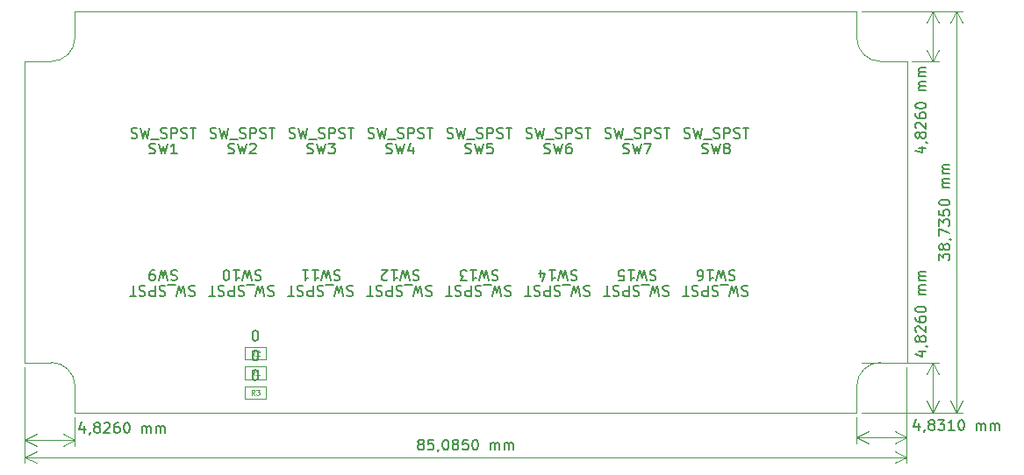
<source format=gbr>
%TF.GenerationSoftware,KiCad,Pcbnew,7.0.7*%
%TF.CreationDate,2023-10-01T14:50:05+02:00*%
%TF.ProjectId,MultiSwitch_Mcp23017_MiniSwitch,4d756c74-6953-4776-9974-63685f4d6370,1.0*%
%TF.SameCoordinates,Original*%
%TF.FileFunction,AssemblyDrawing,Top*%
%FSLAX46Y46*%
G04 Gerber Fmt 4.6, Leading zero omitted, Abs format (unit mm)*
G04 Created by KiCad (PCBNEW 7.0.7) date 2023-10-01 14:50:05*
%MOMM*%
%LPD*%
G01*
G04 APERTURE LIST*
%ADD10C,0.100000*%
%ADD11C,0.150000*%
%ADD12C,0.080000*%
G04 APERTURE END LIST*
D10*
X142624525Y-132080000D02*
G75*
G03*
X140335000Y-129790475I-2289525J0D01*
G01*
X137800000Y-129794000D02*
X137800000Y-100711000D01*
X218059000Y-98425000D02*
G75*
G03*
X220345000Y-100711000I2286000J0D01*
G01*
X142621000Y-98425000D02*
X142621000Y-95885000D01*
X142624525Y-132080000D02*
X142624525Y-134620000D01*
X220345000Y-100711000D02*
X222885000Y-100711000D01*
X140335000Y-100711000D02*
X137795000Y-100711000D01*
X222900000Y-100711000D02*
X222900000Y-129794000D01*
X142624525Y-134620000D02*
X218059000Y-134620000D01*
X140335000Y-129790475D02*
X137795000Y-129790475D01*
X142621000Y-95885000D02*
X218059000Y-95885000D01*
X218059000Y-98425000D02*
G75*
G03*
X220345000Y-100711000I2286000J0D01*
G01*
X218059000Y-98425000D02*
X218059000Y-95885000D01*
X218059000Y-132080000D02*
X218059000Y-134600000D01*
X140335000Y-100711000D02*
G75*
G03*
X142621000Y-98425000I0J2286000D01*
G01*
X220345000Y-129794000D02*
X222900000Y-129794000D01*
X220345000Y-129794000D02*
G75*
G03*
X218059000Y-132080000I0J-2286000D01*
G01*
D11*
X224044333Y-135671152D02*
X224044333Y-136337819D01*
X223806238Y-135290200D02*
X223568143Y-136004485D01*
X223568143Y-136004485D02*
X224187190Y-136004485D01*
X224615762Y-136290200D02*
X224615762Y-136337819D01*
X224615762Y-136337819D02*
X224568143Y-136433057D01*
X224568143Y-136433057D02*
X224520524Y-136480676D01*
X225187190Y-135766390D02*
X225091952Y-135718771D01*
X225091952Y-135718771D02*
X225044333Y-135671152D01*
X225044333Y-135671152D02*
X224996714Y-135575914D01*
X224996714Y-135575914D02*
X224996714Y-135528295D01*
X224996714Y-135528295D02*
X225044333Y-135433057D01*
X225044333Y-135433057D02*
X225091952Y-135385438D01*
X225091952Y-135385438D02*
X225187190Y-135337819D01*
X225187190Y-135337819D02*
X225377666Y-135337819D01*
X225377666Y-135337819D02*
X225472904Y-135385438D01*
X225472904Y-135385438D02*
X225520523Y-135433057D01*
X225520523Y-135433057D02*
X225568142Y-135528295D01*
X225568142Y-135528295D02*
X225568142Y-135575914D01*
X225568142Y-135575914D02*
X225520523Y-135671152D01*
X225520523Y-135671152D02*
X225472904Y-135718771D01*
X225472904Y-135718771D02*
X225377666Y-135766390D01*
X225377666Y-135766390D02*
X225187190Y-135766390D01*
X225187190Y-135766390D02*
X225091952Y-135814009D01*
X225091952Y-135814009D02*
X225044333Y-135861628D01*
X225044333Y-135861628D02*
X224996714Y-135956866D01*
X224996714Y-135956866D02*
X224996714Y-136147342D01*
X224996714Y-136147342D02*
X225044333Y-136242580D01*
X225044333Y-136242580D02*
X225091952Y-136290200D01*
X225091952Y-136290200D02*
X225187190Y-136337819D01*
X225187190Y-136337819D02*
X225377666Y-136337819D01*
X225377666Y-136337819D02*
X225472904Y-136290200D01*
X225472904Y-136290200D02*
X225520523Y-136242580D01*
X225520523Y-136242580D02*
X225568142Y-136147342D01*
X225568142Y-136147342D02*
X225568142Y-135956866D01*
X225568142Y-135956866D02*
X225520523Y-135861628D01*
X225520523Y-135861628D02*
X225472904Y-135814009D01*
X225472904Y-135814009D02*
X225377666Y-135766390D01*
X225901476Y-135337819D02*
X226520523Y-135337819D01*
X226520523Y-135337819D02*
X226187190Y-135718771D01*
X226187190Y-135718771D02*
X226330047Y-135718771D01*
X226330047Y-135718771D02*
X226425285Y-135766390D01*
X226425285Y-135766390D02*
X226472904Y-135814009D01*
X226472904Y-135814009D02*
X226520523Y-135909247D01*
X226520523Y-135909247D02*
X226520523Y-136147342D01*
X226520523Y-136147342D02*
X226472904Y-136242580D01*
X226472904Y-136242580D02*
X226425285Y-136290200D01*
X226425285Y-136290200D02*
X226330047Y-136337819D01*
X226330047Y-136337819D02*
X226044333Y-136337819D01*
X226044333Y-136337819D02*
X225949095Y-136290200D01*
X225949095Y-136290200D02*
X225901476Y-136242580D01*
X227472904Y-136337819D02*
X226901476Y-136337819D01*
X227187190Y-136337819D02*
X227187190Y-135337819D01*
X227187190Y-135337819D02*
X227091952Y-135480676D01*
X227091952Y-135480676D02*
X226996714Y-135575914D01*
X226996714Y-135575914D02*
X226901476Y-135623533D01*
X228091952Y-135337819D02*
X228187190Y-135337819D01*
X228187190Y-135337819D02*
X228282428Y-135385438D01*
X228282428Y-135385438D02*
X228330047Y-135433057D01*
X228330047Y-135433057D02*
X228377666Y-135528295D01*
X228377666Y-135528295D02*
X228425285Y-135718771D01*
X228425285Y-135718771D02*
X228425285Y-135956866D01*
X228425285Y-135956866D02*
X228377666Y-136147342D01*
X228377666Y-136147342D02*
X228330047Y-136242580D01*
X228330047Y-136242580D02*
X228282428Y-136290200D01*
X228282428Y-136290200D02*
X228187190Y-136337819D01*
X228187190Y-136337819D02*
X228091952Y-136337819D01*
X228091952Y-136337819D02*
X227996714Y-136290200D01*
X227996714Y-136290200D02*
X227949095Y-136242580D01*
X227949095Y-136242580D02*
X227901476Y-136147342D01*
X227901476Y-136147342D02*
X227853857Y-135956866D01*
X227853857Y-135956866D02*
X227853857Y-135718771D01*
X227853857Y-135718771D02*
X227901476Y-135528295D01*
X227901476Y-135528295D02*
X227949095Y-135433057D01*
X227949095Y-135433057D02*
X227996714Y-135385438D01*
X227996714Y-135385438D02*
X228091952Y-135337819D01*
X229615762Y-136337819D02*
X229615762Y-135671152D01*
X229615762Y-135766390D02*
X229663381Y-135718771D01*
X229663381Y-135718771D02*
X229758619Y-135671152D01*
X229758619Y-135671152D02*
X229901476Y-135671152D01*
X229901476Y-135671152D02*
X229996714Y-135718771D01*
X229996714Y-135718771D02*
X230044333Y-135814009D01*
X230044333Y-135814009D02*
X230044333Y-136337819D01*
X230044333Y-135814009D02*
X230091952Y-135718771D01*
X230091952Y-135718771D02*
X230187190Y-135671152D01*
X230187190Y-135671152D02*
X230330047Y-135671152D01*
X230330047Y-135671152D02*
X230425286Y-135718771D01*
X230425286Y-135718771D02*
X230472905Y-135814009D01*
X230472905Y-135814009D02*
X230472905Y-136337819D01*
X230949095Y-136337819D02*
X230949095Y-135671152D01*
X230949095Y-135766390D02*
X230996714Y-135718771D01*
X230996714Y-135718771D02*
X231091952Y-135671152D01*
X231091952Y-135671152D02*
X231234809Y-135671152D01*
X231234809Y-135671152D02*
X231330047Y-135718771D01*
X231330047Y-135718771D02*
X231377666Y-135814009D01*
X231377666Y-135814009D02*
X231377666Y-136337819D01*
X231377666Y-135814009D02*
X231425285Y-135718771D01*
X231425285Y-135718771D02*
X231520523Y-135671152D01*
X231520523Y-135671152D02*
X231663380Y-135671152D01*
X231663380Y-135671152D02*
X231758619Y-135718771D01*
X231758619Y-135718771D02*
X231806238Y-135814009D01*
X231806238Y-135814009D02*
X231806238Y-136337819D01*
D10*
X218054000Y-135120000D02*
X218054000Y-137619420D01*
X222885000Y-135120000D02*
X222885000Y-137619420D01*
X218054000Y-137033000D02*
X222885000Y-137033000D01*
X218054000Y-137033000D02*
X222885000Y-137033000D01*
X218054000Y-137033000D02*
X219180504Y-136446579D01*
X218054000Y-137033000D02*
X219180504Y-137619421D01*
X222885000Y-137033000D02*
X221758496Y-137619421D01*
X222885000Y-137033000D02*
X221758496Y-136446579D01*
D11*
X224063152Y-128761666D02*
X224729819Y-128761666D01*
X223682200Y-128999761D02*
X224396485Y-129237856D01*
X224396485Y-129237856D02*
X224396485Y-128618809D01*
X224682200Y-128190237D02*
X224729819Y-128190237D01*
X224729819Y-128190237D02*
X224825057Y-128237856D01*
X224825057Y-128237856D02*
X224872676Y-128285475D01*
X224158390Y-127618809D02*
X224110771Y-127714047D01*
X224110771Y-127714047D02*
X224063152Y-127761666D01*
X224063152Y-127761666D02*
X223967914Y-127809285D01*
X223967914Y-127809285D02*
X223920295Y-127809285D01*
X223920295Y-127809285D02*
X223825057Y-127761666D01*
X223825057Y-127761666D02*
X223777438Y-127714047D01*
X223777438Y-127714047D02*
X223729819Y-127618809D01*
X223729819Y-127618809D02*
X223729819Y-127428333D01*
X223729819Y-127428333D02*
X223777438Y-127333095D01*
X223777438Y-127333095D02*
X223825057Y-127285476D01*
X223825057Y-127285476D02*
X223920295Y-127237857D01*
X223920295Y-127237857D02*
X223967914Y-127237857D01*
X223967914Y-127237857D02*
X224063152Y-127285476D01*
X224063152Y-127285476D02*
X224110771Y-127333095D01*
X224110771Y-127333095D02*
X224158390Y-127428333D01*
X224158390Y-127428333D02*
X224158390Y-127618809D01*
X224158390Y-127618809D02*
X224206009Y-127714047D01*
X224206009Y-127714047D02*
X224253628Y-127761666D01*
X224253628Y-127761666D02*
X224348866Y-127809285D01*
X224348866Y-127809285D02*
X224539342Y-127809285D01*
X224539342Y-127809285D02*
X224634580Y-127761666D01*
X224634580Y-127761666D02*
X224682200Y-127714047D01*
X224682200Y-127714047D02*
X224729819Y-127618809D01*
X224729819Y-127618809D02*
X224729819Y-127428333D01*
X224729819Y-127428333D02*
X224682200Y-127333095D01*
X224682200Y-127333095D02*
X224634580Y-127285476D01*
X224634580Y-127285476D02*
X224539342Y-127237857D01*
X224539342Y-127237857D02*
X224348866Y-127237857D01*
X224348866Y-127237857D02*
X224253628Y-127285476D01*
X224253628Y-127285476D02*
X224206009Y-127333095D01*
X224206009Y-127333095D02*
X224158390Y-127428333D01*
X223825057Y-126856904D02*
X223777438Y-126809285D01*
X223777438Y-126809285D02*
X223729819Y-126714047D01*
X223729819Y-126714047D02*
X223729819Y-126475952D01*
X223729819Y-126475952D02*
X223777438Y-126380714D01*
X223777438Y-126380714D02*
X223825057Y-126333095D01*
X223825057Y-126333095D02*
X223920295Y-126285476D01*
X223920295Y-126285476D02*
X224015533Y-126285476D01*
X224015533Y-126285476D02*
X224158390Y-126333095D01*
X224158390Y-126333095D02*
X224729819Y-126904523D01*
X224729819Y-126904523D02*
X224729819Y-126285476D01*
X223729819Y-125428333D02*
X223729819Y-125618809D01*
X223729819Y-125618809D02*
X223777438Y-125714047D01*
X223777438Y-125714047D02*
X223825057Y-125761666D01*
X223825057Y-125761666D02*
X223967914Y-125856904D01*
X223967914Y-125856904D02*
X224158390Y-125904523D01*
X224158390Y-125904523D02*
X224539342Y-125904523D01*
X224539342Y-125904523D02*
X224634580Y-125856904D01*
X224634580Y-125856904D02*
X224682200Y-125809285D01*
X224682200Y-125809285D02*
X224729819Y-125714047D01*
X224729819Y-125714047D02*
X224729819Y-125523571D01*
X224729819Y-125523571D02*
X224682200Y-125428333D01*
X224682200Y-125428333D02*
X224634580Y-125380714D01*
X224634580Y-125380714D02*
X224539342Y-125333095D01*
X224539342Y-125333095D02*
X224301247Y-125333095D01*
X224301247Y-125333095D02*
X224206009Y-125380714D01*
X224206009Y-125380714D02*
X224158390Y-125428333D01*
X224158390Y-125428333D02*
X224110771Y-125523571D01*
X224110771Y-125523571D02*
X224110771Y-125714047D01*
X224110771Y-125714047D02*
X224158390Y-125809285D01*
X224158390Y-125809285D02*
X224206009Y-125856904D01*
X224206009Y-125856904D02*
X224301247Y-125904523D01*
X223729819Y-124714047D02*
X223729819Y-124618809D01*
X223729819Y-124618809D02*
X223777438Y-124523571D01*
X223777438Y-124523571D02*
X223825057Y-124475952D01*
X223825057Y-124475952D02*
X223920295Y-124428333D01*
X223920295Y-124428333D02*
X224110771Y-124380714D01*
X224110771Y-124380714D02*
X224348866Y-124380714D01*
X224348866Y-124380714D02*
X224539342Y-124428333D01*
X224539342Y-124428333D02*
X224634580Y-124475952D01*
X224634580Y-124475952D02*
X224682200Y-124523571D01*
X224682200Y-124523571D02*
X224729819Y-124618809D01*
X224729819Y-124618809D02*
X224729819Y-124714047D01*
X224729819Y-124714047D02*
X224682200Y-124809285D01*
X224682200Y-124809285D02*
X224634580Y-124856904D01*
X224634580Y-124856904D02*
X224539342Y-124904523D01*
X224539342Y-124904523D02*
X224348866Y-124952142D01*
X224348866Y-124952142D02*
X224110771Y-124952142D01*
X224110771Y-124952142D02*
X223920295Y-124904523D01*
X223920295Y-124904523D02*
X223825057Y-124856904D01*
X223825057Y-124856904D02*
X223777438Y-124809285D01*
X223777438Y-124809285D02*
X223729819Y-124714047D01*
X224729819Y-123190237D02*
X224063152Y-123190237D01*
X224158390Y-123190237D02*
X224110771Y-123142618D01*
X224110771Y-123142618D02*
X224063152Y-123047380D01*
X224063152Y-123047380D02*
X224063152Y-122904523D01*
X224063152Y-122904523D02*
X224110771Y-122809285D01*
X224110771Y-122809285D02*
X224206009Y-122761666D01*
X224206009Y-122761666D02*
X224729819Y-122761666D01*
X224206009Y-122761666D02*
X224110771Y-122714047D01*
X224110771Y-122714047D02*
X224063152Y-122618809D01*
X224063152Y-122618809D02*
X224063152Y-122475952D01*
X224063152Y-122475952D02*
X224110771Y-122380713D01*
X224110771Y-122380713D02*
X224206009Y-122333094D01*
X224206009Y-122333094D02*
X224729819Y-122333094D01*
X224729819Y-121856904D02*
X224063152Y-121856904D01*
X224158390Y-121856904D02*
X224110771Y-121809285D01*
X224110771Y-121809285D02*
X224063152Y-121714047D01*
X224063152Y-121714047D02*
X224063152Y-121571190D01*
X224063152Y-121571190D02*
X224110771Y-121475952D01*
X224110771Y-121475952D02*
X224206009Y-121428333D01*
X224206009Y-121428333D02*
X224729819Y-121428333D01*
X224206009Y-121428333D02*
X224110771Y-121380714D01*
X224110771Y-121380714D02*
X224063152Y-121285476D01*
X224063152Y-121285476D02*
X224063152Y-121142619D01*
X224063152Y-121142619D02*
X224110771Y-121047380D01*
X224110771Y-121047380D02*
X224206009Y-120999761D01*
X224206009Y-120999761D02*
X224729819Y-120999761D01*
D10*
X218559000Y-134620000D02*
X226011420Y-134620000D01*
X218559000Y-129794000D02*
X226011420Y-129794000D01*
X225425000Y-134620000D02*
X225425000Y-129794000D01*
X225425000Y-134620000D02*
X225425000Y-129794000D01*
X225425000Y-134620000D02*
X224838579Y-133493496D01*
X225425000Y-134620000D02*
X226011421Y-133493496D01*
X225425000Y-129794000D02*
X226011421Y-130920504D01*
X225425000Y-129794000D02*
X224838579Y-130920504D01*
D11*
X226015819Y-119919165D02*
X226015819Y-119300118D01*
X226015819Y-119300118D02*
X226396771Y-119633451D01*
X226396771Y-119633451D02*
X226396771Y-119490594D01*
X226396771Y-119490594D02*
X226444390Y-119395356D01*
X226444390Y-119395356D02*
X226492009Y-119347737D01*
X226492009Y-119347737D02*
X226587247Y-119300118D01*
X226587247Y-119300118D02*
X226825342Y-119300118D01*
X226825342Y-119300118D02*
X226920580Y-119347737D01*
X226920580Y-119347737D02*
X226968200Y-119395356D01*
X226968200Y-119395356D02*
X227015819Y-119490594D01*
X227015819Y-119490594D02*
X227015819Y-119776308D01*
X227015819Y-119776308D02*
X226968200Y-119871546D01*
X226968200Y-119871546D02*
X226920580Y-119919165D01*
X226444390Y-118728689D02*
X226396771Y-118823927D01*
X226396771Y-118823927D02*
X226349152Y-118871546D01*
X226349152Y-118871546D02*
X226253914Y-118919165D01*
X226253914Y-118919165D02*
X226206295Y-118919165D01*
X226206295Y-118919165D02*
X226111057Y-118871546D01*
X226111057Y-118871546D02*
X226063438Y-118823927D01*
X226063438Y-118823927D02*
X226015819Y-118728689D01*
X226015819Y-118728689D02*
X226015819Y-118538213D01*
X226015819Y-118538213D02*
X226063438Y-118442975D01*
X226063438Y-118442975D02*
X226111057Y-118395356D01*
X226111057Y-118395356D02*
X226206295Y-118347737D01*
X226206295Y-118347737D02*
X226253914Y-118347737D01*
X226253914Y-118347737D02*
X226349152Y-118395356D01*
X226349152Y-118395356D02*
X226396771Y-118442975D01*
X226396771Y-118442975D02*
X226444390Y-118538213D01*
X226444390Y-118538213D02*
X226444390Y-118728689D01*
X226444390Y-118728689D02*
X226492009Y-118823927D01*
X226492009Y-118823927D02*
X226539628Y-118871546D01*
X226539628Y-118871546D02*
X226634866Y-118919165D01*
X226634866Y-118919165D02*
X226825342Y-118919165D01*
X226825342Y-118919165D02*
X226920580Y-118871546D01*
X226920580Y-118871546D02*
X226968200Y-118823927D01*
X226968200Y-118823927D02*
X227015819Y-118728689D01*
X227015819Y-118728689D02*
X227015819Y-118538213D01*
X227015819Y-118538213D02*
X226968200Y-118442975D01*
X226968200Y-118442975D02*
X226920580Y-118395356D01*
X226920580Y-118395356D02*
X226825342Y-118347737D01*
X226825342Y-118347737D02*
X226634866Y-118347737D01*
X226634866Y-118347737D02*
X226539628Y-118395356D01*
X226539628Y-118395356D02*
X226492009Y-118442975D01*
X226492009Y-118442975D02*
X226444390Y-118538213D01*
X226968200Y-117871546D02*
X227015819Y-117871546D01*
X227015819Y-117871546D02*
X227111057Y-117919165D01*
X227111057Y-117919165D02*
X227158676Y-117966784D01*
X226015819Y-117538213D02*
X226015819Y-116871547D01*
X226015819Y-116871547D02*
X227015819Y-117300118D01*
X226015819Y-116585832D02*
X226015819Y-115966785D01*
X226015819Y-115966785D02*
X226396771Y-116300118D01*
X226396771Y-116300118D02*
X226396771Y-116157261D01*
X226396771Y-116157261D02*
X226444390Y-116062023D01*
X226444390Y-116062023D02*
X226492009Y-116014404D01*
X226492009Y-116014404D02*
X226587247Y-115966785D01*
X226587247Y-115966785D02*
X226825342Y-115966785D01*
X226825342Y-115966785D02*
X226920580Y-116014404D01*
X226920580Y-116014404D02*
X226968200Y-116062023D01*
X226968200Y-116062023D02*
X227015819Y-116157261D01*
X227015819Y-116157261D02*
X227015819Y-116442975D01*
X227015819Y-116442975D02*
X226968200Y-116538213D01*
X226968200Y-116538213D02*
X226920580Y-116585832D01*
X226015819Y-115062023D02*
X226015819Y-115538213D01*
X226015819Y-115538213D02*
X226492009Y-115585832D01*
X226492009Y-115585832D02*
X226444390Y-115538213D01*
X226444390Y-115538213D02*
X226396771Y-115442975D01*
X226396771Y-115442975D02*
X226396771Y-115204880D01*
X226396771Y-115204880D02*
X226444390Y-115109642D01*
X226444390Y-115109642D02*
X226492009Y-115062023D01*
X226492009Y-115062023D02*
X226587247Y-115014404D01*
X226587247Y-115014404D02*
X226825342Y-115014404D01*
X226825342Y-115014404D02*
X226920580Y-115062023D01*
X226920580Y-115062023D02*
X226968200Y-115109642D01*
X226968200Y-115109642D02*
X227015819Y-115204880D01*
X227015819Y-115204880D02*
X227015819Y-115442975D01*
X227015819Y-115442975D02*
X226968200Y-115538213D01*
X226968200Y-115538213D02*
X226920580Y-115585832D01*
X226015819Y-114395356D02*
X226015819Y-114300118D01*
X226015819Y-114300118D02*
X226063438Y-114204880D01*
X226063438Y-114204880D02*
X226111057Y-114157261D01*
X226111057Y-114157261D02*
X226206295Y-114109642D01*
X226206295Y-114109642D02*
X226396771Y-114062023D01*
X226396771Y-114062023D02*
X226634866Y-114062023D01*
X226634866Y-114062023D02*
X226825342Y-114109642D01*
X226825342Y-114109642D02*
X226920580Y-114157261D01*
X226920580Y-114157261D02*
X226968200Y-114204880D01*
X226968200Y-114204880D02*
X227015819Y-114300118D01*
X227015819Y-114300118D02*
X227015819Y-114395356D01*
X227015819Y-114395356D02*
X226968200Y-114490594D01*
X226968200Y-114490594D02*
X226920580Y-114538213D01*
X226920580Y-114538213D02*
X226825342Y-114585832D01*
X226825342Y-114585832D02*
X226634866Y-114633451D01*
X226634866Y-114633451D02*
X226396771Y-114633451D01*
X226396771Y-114633451D02*
X226206295Y-114585832D01*
X226206295Y-114585832D02*
X226111057Y-114538213D01*
X226111057Y-114538213D02*
X226063438Y-114490594D01*
X226063438Y-114490594D02*
X226015819Y-114395356D01*
X227015819Y-112871546D02*
X226349152Y-112871546D01*
X226444390Y-112871546D02*
X226396771Y-112823927D01*
X226396771Y-112823927D02*
X226349152Y-112728689D01*
X226349152Y-112728689D02*
X226349152Y-112585832D01*
X226349152Y-112585832D02*
X226396771Y-112490594D01*
X226396771Y-112490594D02*
X226492009Y-112442975D01*
X226492009Y-112442975D02*
X227015819Y-112442975D01*
X226492009Y-112442975D02*
X226396771Y-112395356D01*
X226396771Y-112395356D02*
X226349152Y-112300118D01*
X226349152Y-112300118D02*
X226349152Y-112157261D01*
X226349152Y-112157261D02*
X226396771Y-112062022D01*
X226396771Y-112062022D02*
X226492009Y-112014403D01*
X226492009Y-112014403D02*
X227015819Y-112014403D01*
X227015819Y-111538213D02*
X226349152Y-111538213D01*
X226444390Y-111538213D02*
X226396771Y-111490594D01*
X226396771Y-111490594D02*
X226349152Y-111395356D01*
X226349152Y-111395356D02*
X226349152Y-111252499D01*
X226349152Y-111252499D02*
X226396771Y-111157261D01*
X226396771Y-111157261D02*
X226492009Y-111109642D01*
X226492009Y-111109642D02*
X227015819Y-111109642D01*
X226492009Y-111109642D02*
X226396771Y-111062023D01*
X226396771Y-111062023D02*
X226349152Y-110966785D01*
X226349152Y-110966785D02*
X226349152Y-110823928D01*
X226349152Y-110823928D02*
X226396771Y-110728689D01*
X226396771Y-110728689D02*
X226492009Y-110681070D01*
X226492009Y-110681070D02*
X227015819Y-110681070D01*
D10*
X218554000Y-134620000D02*
X228297420Y-134620000D01*
X218554000Y-95885000D02*
X228297420Y-95885000D01*
X227711000Y-134620000D02*
X227711000Y-95885000D01*
X227711000Y-134620000D02*
X227711000Y-95885000D01*
X227711000Y-134620000D02*
X227124579Y-133493496D01*
X227711000Y-134620000D02*
X228297421Y-133493496D01*
X227711000Y-95885000D02*
X228297421Y-97011504D01*
X227711000Y-95885000D02*
X227124579Y-97011504D01*
D11*
X224063152Y-109076666D02*
X224729819Y-109076666D01*
X223682200Y-109314761D02*
X224396485Y-109552856D01*
X224396485Y-109552856D02*
X224396485Y-108933809D01*
X224682200Y-108505237D02*
X224729819Y-108505237D01*
X224729819Y-108505237D02*
X224825057Y-108552856D01*
X224825057Y-108552856D02*
X224872676Y-108600475D01*
X224158390Y-107933809D02*
X224110771Y-108029047D01*
X224110771Y-108029047D02*
X224063152Y-108076666D01*
X224063152Y-108076666D02*
X223967914Y-108124285D01*
X223967914Y-108124285D02*
X223920295Y-108124285D01*
X223920295Y-108124285D02*
X223825057Y-108076666D01*
X223825057Y-108076666D02*
X223777438Y-108029047D01*
X223777438Y-108029047D02*
X223729819Y-107933809D01*
X223729819Y-107933809D02*
X223729819Y-107743333D01*
X223729819Y-107743333D02*
X223777438Y-107648095D01*
X223777438Y-107648095D02*
X223825057Y-107600476D01*
X223825057Y-107600476D02*
X223920295Y-107552857D01*
X223920295Y-107552857D02*
X223967914Y-107552857D01*
X223967914Y-107552857D02*
X224063152Y-107600476D01*
X224063152Y-107600476D02*
X224110771Y-107648095D01*
X224110771Y-107648095D02*
X224158390Y-107743333D01*
X224158390Y-107743333D02*
X224158390Y-107933809D01*
X224158390Y-107933809D02*
X224206009Y-108029047D01*
X224206009Y-108029047D02*
X224253628Y-108076666D01*
X224253628Y-108076666D02*
X224348866Y-108124285D01*
X224348866Y-108124285D02*
X224539342Y-108124285D01*
X224539342Y-108124285D02*
X224634580Y-108076666D01*
X224634580Y-108076666D02*
X224682200Y-108029047D01*
X224682200Y-108029047D02*
X224729819Y-107933809D01*
X224729819Y-107933809D02*
X224729819Y-107743333D01*
X224729819Y-107743333D02*
X224682200Y-107648095D01*
X224682200Y-107648095D02*
X224634580Y-107600476D01*
X224634580Y-107600476D02*
X224539342Y-107552857D01*
X224539342Y-107552857D02*
X224348866Y-107552857D01*
X224348866Y-107552857D02*
X224253628Y-107600476D01*
X224253628Y-107600476D02*
X224206009Y-107648095D01*
X224206009Y-107648095D02*
X224158390Y-107743333D01*
X223825057Y-107171904D02*
X223777438Y-107124285D01*
X223777438Y-107124285D02*
X223729819Y-107029047D01*
X223729819Y-107029047D02*
X223729819Y-106790952D01*
X223729819Y-106790952D02*
X223777438Y-106695714D01*
X223777438Y-106695714D02*
X223825057Y-106648095D01*
X223825057Y-106648095D02*
X223920295Y-106600476D01*
X223920295Y-106600476D02*
X224015533Y-106600476D01*
X224015533Y-106600476D02*
X224158390Y-106648095D01*
X224158390Y-106648095D02*
X224729819Y-107219523D01*
X224729819Y-107219523D02*
X224729819Y-106600476D01*
X223729819Y-105743333D02*
X223729819Y-105933809D01*
X223729819Y-105933809D02*
X223777438Y-106029047D01*
X223777438Y-106029047D02*
X223825057Y-106076666D01*
X223825057Y-106076666D02*
X223967914Y-106171904D01*
X223967914Y-106171904D02*
X224158390Y-106219523D01*
X224158390Y-106219523D02*
X224539342Y-106219523D01*
X224539342Y-106219523D02*
X224634580Y-106171904D01*
X224634580Y-106171904D02*
X224682200Y-106124285D01*
X224682200Y-106124285D02*
X224729819Y-106029047D01*
X224729819Y-106029047D02*
X224729819Y-105838571D01*
X224729819Y-105838571D02*
X224682200Y-105743333D01*
X224682200Y-105743333D02*
X224634580Y-105695714D01*
X224634580Y-105695714D02*
X224539342Y-105648095D01*
X224539342Y-105648095D02*
X224301247Y-105648095D01*
X224301247Y-105648095D02*
X224206009Y-105695714D01*
X224206009Y-105695714D02*
X224158390Y-105743333D01*
X224158390Y-105743333D02*
X224110771Y-105838571D01*
X224110771Y-105838571D02*
X224110771Y-106029047D01*
X224110771Y-106029047D02*
X224158390Y-106124285D01*
X224158390Y-106124285D02*
X224206009Y-106171904D01*
X224206009Y-106171904D02*
X224301247Y-106219523D01*
X223729819Y-105029047D02*
X223729819Y-104933809D01*
X223729819Y-104933809D02*
X223777438Y-104838571D01*
X223777438Y-104838571D02*
X223825057Y-104790952D01*
X223825057Y-104790952D02*
X223920295Y-104743333D01*
X223920295Y-104743333D02*
X224110771Y-104695714D01*
X224110771Y-104695714D02*
X224348866Y-104695714D01*
X224348866Y-104695714D02*
X224539342Y-104743333D01*
X224539342Y-104743333D02*
X224634580Y-104790952D01*
X224634580Y-104790952D02*
X224682200Y-104838571D01*
X224682200Y-104838571D02*
X224729819Y-104933809D01*
X224729819Y-104933809D02*
X224729819Y-105029047D01*
X224729819Y-105029047D02*
X224682200Y-105124285D01*
X224682200Y-105124285D02*
X224634580Y-105171904D01*
X224634580Y-105171904D02*
X224539342Y-105219523D01*
X224539342Y-105219523D02*
X224348866Y-105267142D01*
X224348866Y-105267142D02*
X224110771Y-105267142D01*
X224110771Y-105267142D02*
X223920295Y-105219523D01*
X223920295Y-105219523D02*
X223825057Y-105171904D01*
X223825057Y-105171904D02*
X223777438Y-105124285D01*
X223777438Y-105124285D02*
X223729819Y-105029047D01*
X224729819Y-103505237D02*
X224063152Y-103505237D01*
X224158390Y-103505237D02*
X224110771Y-103457618D01*
X224110771Y-103457618D02*
X224063152Y-103362380D01*
X224063152Y-103362380D02*
X224063152Y-103219523D01*
X224063152Y-103219523D02*
X224110771Y-103124285D01*
X224110771Y-103124285D02*
X224206009Y-103076666D01*
X224206009Y-103076666D02*
X224729819Y-103076666D01*
X224206009Y-103076666D02*
X224110771Y-103029047D01*
X224110771Y-103029047D02*
X224063152Y-102933809D01*
X224063152Y-102933809D02*
X224063152Y-102790952D01*
X224063152Y-102790952D02*
X224110771Y-102695713D01*
X224110771Y-102695713D02*
X224206009Y-102648094D01*
X224206009Y-102648094D02*
X224729819Y-102648094D01*
X224729819Y-102171904D02*
X224063152Y-102171904D01*
X224158390Y-102171904D02*
X224110771Y-102124285D01*
X224110771Y-102124285D02*
X224063152Y-102029047D01*
X224063152Y-102029047D02*
X224063152Y-101886190D01*
X224063152Y-101886190D02*
X224110771Y-101790952D01*
X224110771Y-101790952D02*
X224206009Y-101743333D01*
X224206009Y-101743333D02*
X224729819Y-101743333D01*
X224206009Y-101743333D02*
X224110771Y-101695714D01*
X224110771Y-101695714D02*
X224063152Y-101600476D01*
X224063152Y-101600476D02*
X224063152Y-101457619D01*
X224063152Y-101457619D02*
X224110771Y-101362380D01*
X224110771Y-101362380D02*
X224206009Y-101314761D01*
X224206009Y-101314761D02*
X224729819Y-101314761D01*
D10*
X223385000Y-100711000D02*
X226011420Y-100711000D01*
X223385000Y-95885000D02*
X226011420Y-95885000D01*
X225425000Y-100711000D02*
X225425000Y-95885000D01*
X225425000Y-100711000D02*
X225425000Y-95885000D01*
X225425000Y-100711000D02*
X224838579Y-99584496D01*
X225425000Y-100711000D02*
X226011421Y-99584496D01*
X225425000Y-95885000D02*
X226011421Y-97011504D01*
X225425000Y-95885000D02*
X224838579Y-97011504D01*
D11*
X143526333Y-135925152D02*
X143526333Y-136591819D01*
X143288238Y-135544200D02*
X143050143Y-136258485D01*
X143050143Y-136258485D02*
X143669190Y-136258485D01*
X144097762Y-136544200D02*
X144097762Y-136591819D01*
X144097762Y-136591819D02*
X144050143Y-136687057D01*
X144050143Y-136687057D02*
X144002524Y-136734676D01*
X144669190Y-136020390D02*
X144573952Y-135972771D01*
X144573952Y-135972771D02*
X144526333Y-135925152D01*
X144526333Y-135925152D02*
X144478714Y-135829914D01*
X144478714Y-135829914D02*
X144478714Y-135782295D01*
X144478714Y-135782295D02*
X144526333Y-135687057D01*
X144526333Y-135687057D02*
X144573952Y-135639438D01*
X144573952Y-135639438D02*
X144669190Y-135591819D01*
X144669190Y-135591819D02*
X144859666Y-135591819D01*
X144859666Y-135591819D02*
X144954904Y-135639438D01*
X144954904Y-135639438D02*
X145002523Y-135687057D01*
X145002523Y-135687057D02*
X145050142Y-135782295D01*
X145050142Y-135782295D02*
X145050142Y-135829914D01*
X145050142Y-135829914D02*
X145002523Y-135925152D01*
X145002523Y-135925152D02*
X144954904Y-135972771D01*
X144954904Y-135972771D02*
X144859666Y-136020390D01*
X144859666Y-136020390D02*
X144669190Y-136020390D01*
X144669190Y-136020390D02*
X144573952Y-136068009D01*
X144573952Y-136068009D02*
X144526333Y-136115628D01*
X144526333Y-136115628D02*
X144478714Y-136210866D01*
X144478714Y-136210866D02*
X144478714Y-136401342D01*
X144478714Y-136401342D02*
X144526333Y-136496580D01*
X144526333Y-136496580D02*
X144573952Y-136544200D01*
X144573952Y-136544200D02*
X144669190Y-136591819D01*
X144669190Y-136591819D02*
X144859666Y-136591819D01*
X144859666Y-136591819D02*
X144954904Y-136544200D01*
X144954904Y-136544200D02*
X145002523Y-136496580D01*
X145002523Y-136496580D02*
X145050142Y-136401342D01*
X145050142Y-136401342D02*
X145050142Y-136210866D01*
X145050142Y-136210866D02*
X145002523Y-136115628D01*
X145002523Y-136115628D02*
X144954904Y-136068009D01*
X144954904Y-136068009D02*
X144859666Y-136020390D01*
X145431095Y-135687057D02*
X145478714Y-135639438D01*
X145478714Y-135639438D02*
X145573952Y-135591819D01*
X145573952Y-135591819D02*
X145812047Y-135591819D01*
X145812047Y-135591819D02*
X145907285Y-135639438D01*
X145907285Y-135639438D02*
X145954904Y-135687057D01*
X145954904Y-135687057D02*
X146002523Y-135782295D01*
X146002523Y-135782295D02*
X146002523Y-135877533D01*
X146002523Y-135877533D02*
X145954904Y-136020390D01*
X145954904Y-136020390D02*
X145383476Y-136591819D01*
X145383476Y-136591819D02*
X146002523Y-136591819D01*
X146859666Y-135591819D02*
X146669190Y-135591819D01*
X146669190Y-135591819D02*
X146573952Y-135639438D01*
X146573952Y-135639438D02*
X146526333Y-135687057D01*
X146526333Y-135687057D02*
X146431095Y-135829914D01*
X146431095Y-135829914D02*
X146383476Y-136020390D01*
X146383476Y-136020390D02*
X146383476Y-136401342D01*
X146383476Y-136401342D02*
X146431095Y-136496580D01*
X146431095Y-136496580D02*
X146478714Y-136544200D01*
X146478714Y-136544200D02*
X146573952Y-136591819D01*
X146573952Y-136591819D02*
X146764428Y-136591819D01*
X146764428Y-136591819D02*
X146859666Y-136544200D01*
X146859666Y-136544200D02*
X146907285Y-136496580D01*
X146907285Y-136496580D02*
X146954904Y-136401342D01*
X146954904Y-136401342D02*
X146954904Y-136163247D01*
X146954904Y-136163247D02*
X146907285Y-136068009D01*
X146907285Y-136068009D02*
X146859666Y-136020390D01*
X146859666Y-136020390D02*
X146764428Y-135972771D01*
X146764428Y-135972771D02*
X146573952Y-135972771D01*
X146573952Y-135972771D02*
X146478714Y-136020390D01*
X146478714Y-136020390D02*
X146431095Y-136068009D01*
X146431095Y-136068009D02*
X146383476Y-136163247D01*
X147573952Y-135591819D02*
X147669190Y-135591819D01*
X147669190Y-135591819D02*
X147764428Y-135639438D01*
X147764428Y-135639438D02*
X147812047Y-135687057D01*
X147812047Y-135687057D02*
X147859666Y-135782295D01*
X147859666Y-135782295D02*
X147907285Y-135972771D01*
X147907285Y-135972771D02*
X147907285Y-136210866D01*
X147907285Y-136210866D02*
X147859666Y-136401342D01*
X147859666Y-136401342D02*
X147812047Y-136496580D01*
X147812047Y-136496580D02*
X147764428Y-136544200D01*
X147764428Y-136544200D02*
X147669190Y-136591819D01*
X147669190Y-136591819D02*
X147573952Y-136591819D01*
X147573952Y-136591819D02*
X147478714Y-136544200D01*
X147478714Y-136544200D02*
X147431095Y-136496580D01*
X147431095Y-136496580D02*
X147383476Y-136401342D01*
X147383476Y-136401342D02*
X147335857Y-136210866D01*
X147335857Y-136210866D02*
X147335857Y-135972771D01*
X147335857Y-135972771D02*
X147383476Y-135782295D01*
X147383476Y-135782295D02*
X147431095Y-135687057D01*
X147431095Y-135687057D02*
X147478714Y-135639438D01*
X147478714Y-135639438D02*
X147573952Y-135591819D01*
X149097762Y-136591819D02*
X149097762Y-135925152D01*
X149097762Y-136020390D02*
X149145381Y-135972771D01*
X149145381Y-135972771D02*
X149240619Y-135925152D01*
X149240619Y-135925152D02*
X149383476Y-135925152D01*
X149383476Y-135925152D02*
X149478714Y-135972771D01*
X149478714Y-135972771D02*
X149526333Y-136068009D01*
X149526333Y-136068009D02*
X149526333Y-136591819D01*
X149526333Y-136068009D02*
X149573952Y-135972771D01*
X149573952Y-135972771D02*
X149669190Y-135925152D01*
X149669190Y-135925152D02*
X149812047Y-135925152D01*
X149812047Y-135925152D02*
X149907286Y-135972771D01*
X149907286Y-135972771D02*
X149954905Y-136068009D01*
X149954905Y-136068009D02*
X149954905Y-136591819D01*
X150431095Y-136591819D02*
X150431095Y-135925152D01*
X150431095Y-136020390D02*
X150478714Y-135972771D01*
X150478714Y-135972771D02*
X150573952Y-135925152D01*
X150573952Y-135925152D02*
X150716809Y-135925152D01*
X150716809Y-135925152D02*
X150812047Y-135972771D01*
X150812047Y-135972771D02*
X150859666Y-136068009D01*
X150859666Y-136068009D02*
X150859666Y-136591819D01*
X150859666Y-136068009D02*
X150907285Y-135972771D01*
X150907285Y-135972771D02*
X151002523Y-135925152D01*
X151002523Y-135925152D02*
X151145380Y-135925152D01*
X151145380Y-135925152D02*
X151240619Y-135972771D01*
X151240619Y-135972771D02*
X151288238Y-136068009D01*
X151288238Y-136068009D02*
X151288238Y-136591819D01*
D10*
X142621000Y-135120000D02*
X142621000Y-137873420D01*
X137795000Y-135120000D02*
X137795000Y-137873420D01*
X142621000Y-137287000D02*
X137795000Y-137287000D01*
X142621000Y-137287000D02*
X137795000Y-137287000D01*
X142621000Y-137287000D02*
X141494496Y-137873421D01*
X142621000Y-137287000D02*
X141494496Y-136700579D01*
X137795000Y-137287000D02*
X138921504Y-136700579D01*
X137795000Y-137287000D02*
X138921504Y-137873421D01*
D11*
X175913929Y-137671390D02*
X175818691Y-137623771D01*
X175818691Y-137623771D02*
X175771072Y-137576152D01*
X175771072Y-137576152D02*
X175723453Y-137480914D01*
X175723453Y-137480914D02*
X175723453Y-137433295D01*
X175723453Y-137433295D02*
X175771072Y-137338057D01*
X175771072Y-137338057D02*
X175818691Y-137290438D01*
X175818691Y-137290438D02*
X175913929Y-137242819D01*
X175913929Y-137242819D02*
X176104405Y-137242819D01*
X176104405Y-137242819D02*
X176199643Y-137290438D01*
X176199643Y-137290438D02*
X176247262Y-137338057D01*
X176247262Y-137338057D02*
X176294881Y-137433295D01*
X176294881Y-137433295D02*
X176294881Y-137480914D01*
X176294881Y-137480914D02*
X176247262Y-137576152D01*
X176247262Y-137576152D02*
X176199643Y-137623771D01*
X176199643Y-137623771D02*
X176104405Y-137671390D01*
X176104405Y-137671390D02*
X175913929Y-137671390D01*
X175913929Y-137671390D02*
X175818691Y-137719009D01*
X175818691Y-137719009D02*
X175771072Y-137766628D01*
X175771072Y-137766628D02*
X175723453Y-137861866D01*
X175723453Y-137861866D02*
X175723453Y-138052342D01*
X175723453Y-138052342D02*
X175771072Y-138147580D01*
X175771072Y-138147580D02*
X175818691Y-138195200D01*
X175818691Y-138195200D02*
X175913929Y-138242819D01*
X175913929Y-138242819D02*
X176104405Y-138242819D01*
X176104405Y-138242819D02*
X176199643Y-138195200D01*
X176199643Y-138195200D02*
X176247262Y-138147580D01*
X176247262Y-138147580D02*
X176294881Y-138052342D01*
X176294881Y-138052342D02*
X176294881Y-137861866D01*
X176294881Y-137861866D02*
X176247262Y-137766628D01*
X176247262Y-137766628D02*
X176199643Y-137719009D01*
X176199643Y-137719009D02*
X176104405Y-137671390D01*
X177199643Y-137242819D02*
X176723453Y-137242819D01*
X176723453Y-137242819D02*
X176675834Y-137719009D01*
X176675834Y-137719009D02*
X176723453Y-137671390D01*
X176723453Y-137671390D02*
X176818691Y-137623771D01*
X176818691Y-137623771D02*
X177056786Y-137623771D01*
X177056786Y-137623771D02*
X177152024Y-137671390D01*
X177152024Y-137671390D02*
X177199643Y-137719009D01*
X177199643Y-137719009D02*
X177247262Y-137814247D01*
X177247262Y-137814247D02*
X177247262Y-138052342D01*
X177247262Y-138052342D02*
X177199643Y-138147580D01*
X177199643Y-138147580D02*
X177152024Y-138195200D01*
X177152024Y-138195200D02*
X177056786Y-138242819D01*
X177056786Y-138242819D02*
X176818691Y-138242819D01*
X176818691Y-138242819D02*
X176723453Y-138195200D01*
X176723453Y-138195200D02*
X176675834Y-138147580D01*
X177723453Y-138195200D02*
X177723453Y-138242819D01*
X177723453Y-138242819D02*
X177675834Y-138338057D01*
X177675834Y-138338057D02*
X177628215Y-138385676D01*
X178342500Y-137242819D02*
X178437738Y-137242819D01*
X178437738Y-137242819D02*
X178532976Y-137290438D01*
X178532976Y-137290438D02*
X178580595Y-137338057D01*
X178580595Y-137338057D02*
X178628214Y-137433295D01*
X178628214Y-137433295D02*
X178675833Y-137623771D01*
X178675833Y-137623771D02*
X178675833Y-137861866D01*
X178675833Y-137861866D02*
X178628214Y-138052342D01*
X178628214Y-138052342D02*
X178580595Y-138147580D01*
X178580595Y-138147580D02*
X178532976Y-138195200D01*
X178532976Y-138195200D02*
X178437738Y-138242819D01*
X178437738Y-138242819D02*
X178342500Y-138242819D01*
X178342500Y-138242819D02*
X178247262Y-138195200D01*
X178247262Y-138195200D02*
X178199643Y-138147580D01*
X178199643Y-138147580D02*
X178152024Y-138052342D01*
X178152024Y-138052342D02*
X178104405Y-137861866D01*
X178104405Y-137861866D02*
X178104405Y-137623771D01*
X178104405Y-137623771D02*
X178152024Y-137433295D01*
X178152024Y-137433295D02*
X178199643Y-137338057D01*
X178199643Y-137338057D02*
X178247262Y-137290438D01*
X178247262Y-137290438D02*
X178342500Y-137242819D01*
X179247262Y-137671390D02*
X179152024Y-137623771D01*
X179152024Y-137623771D02*
X179104405Y-137576152D01*
X179104405Y-137576152D02*
X179056786Y-137480914D01*
X179056786Y-137480914D02*
X179056786Y-137433295D01*
X179056786Y-137433295D02*
X179104405Y-137338057D01*
X179104405Y-137338057D02*
X179152024Y-137290438D01*
X179152024Y-137290438D02*
X179247262Y-137242819D01*
X179247262Y-137242819D02*
X179437738Y-137242819D01*
X179437738Y-137242819D02*
X179532976Y-137290438D01*
X179532976Y-137290438D02*
X179580595Y-137338057D01*
X179580595Y-137338057D02*
X179628214Y-137433295D01*
X179628214Y-137433295D02*
X179628214Y-137480914D01*
X179628214Y-137480914D02*
X179580595Y-137576152D01*
X179580595Y-137576152D02*
X179532976Y-137623771D01*
X179532976Y-137623771D02*
X179437738Y-137671390D01*
X179437738Y-137671390D02*
X179247262Y-137671390D01*
X179247262Y-137671390D02*
X179152024Y-137719009D01*
X179152024Y-137719009D02*
X179104405Y-137766628D01*
X179104405Y-137766628D02*
X179056786Y-137861866D01*
X179056786Y-137861866D02*
X179056786Y-138052342D01*
X179056786Y-138052342D02*
X179104405Y-138147580D01*
X179104405Y-138147580D02*
X179152024Y-138195200D01*
X179152024Y-138195200D02*
X179247262Y-138242819D01*
X179247262Y-138242819D02*
X179437738Y-138242819D01*
X179437738Y-138242819D02*
X179532976Y-138195200D01*
X179532976Y-138195200D02*
X179580595Y-138147580D01*
X179580595Y-138147580D02*
X179628214Y-138052342D01*
X179628214Y-138052342D02*
X179628214Y-137861866D01*
X179628214Y-137861866D02*
X179580595Y-137766628D01*
X179580595Y-137766628D02*
X179532976Y-137719009D01*
X179532976Y-137719009D02*
X179437738Y-137671390D01*
X180532976Y-137242819D02*
X180056786Y-137242819D01*
X180056786Y-137242819D02*
X180009167Y-137719009D01*
X180009167Y-137719009D02*
X180056786Y-137671390D01*
X180056786Y-137671390D02*
X180152024Y-137623771D01*
X180152024Y-137623771D02*
X180390119Y-137623771D01*
X180390119Y-137623771D02*
X180485357Y-137671390D01*
X180485357Y-137671390D02*
X180532976Y-137719009D01*
X180532976Y-137719009D02*
X180580595Y-137814247D01*
X180580595Y-137814247D02*
X180580595Y-138052342D01*
X180580595Y-138052342D02*
X180532976Y-138147580D01*
X180532976Y-138147580D02*
X180485357Y-138195200D01*
X180485357Y-138195200D02*
X180390119Y-138242819D01*
X180390119Y-138242819D02*
X180152024Y-138242819D01*
X180152024Y-138242819D02*
X180056786Y-138195200D01*
X180056786Y-138195200D02*
X180009167Y-138147580D01*
X181199643Y-137242819D02*
X181294881Y-137242819D01*
X181294881Y-137242819D02*
X181390119Y-137290438D01*
X181390119Y-137290438D02*
X181437738Y-137338057D01*
X181437738Y-137338057D02*
X181485357Y-137433295D01*
X181485357Y-137433295D02*
X181532976Y-137623771D01*
X181532976Y-137623771D02*
X181532976Y-137861866D01*
X181532976Y-137861866D02*
X181485357Y-138052342D01*
X181485357Y-138052342D02*
X181437738Y-138147580D01*
X181437738Y-138147580D02*
X181390119Y-138195200D01*
X181390119Y-138195200D02*
X181294881Y-138242819D01*
X181294881Y-138242819D02*
X181199643Y-138242819D01*
X181199643Y-138242819D02*
X181104405Y-138195200D01*
X181104405Y-138195200D02*
X181056786Y-138147580D01*
X181056786Y-138147580D02*
X181009167Y-138052342D01*
X181009167Y-138052342D02*
X180961548Y-137861866D01*
X180961548Y-137861866D02*
X180961548Y-137623771D01*
X180961548Y-137623771D02*
X181009167Y-137433295D01*
X181009167Y-137433295D02*
X181056786Y-137338057D01*
X181056786Y-137338057D02*
X181104405Y-137290438D01*
X181104405Y-137290438D02*
X181199643Y-137242819D01*
X182723453Y-138242819D02*
X182723453Y-137576152D01*
X182723453Y-137671390D02*
X182771072Y-137623771D01*
X182771072Y-137623771D02*
X182866310Y-137576152D01*
X182866310Y-137576152D02*
X183009167Y-137576152D01*
X183009167Y-137576152D02*
X183104405Y-137623771D01*
X183104405Y-137623771D02*
X183152024Y-137719009D01*
X183152024Y-137719009D02*
X183152024Y-138242819D01*
X183152024Y-137719009D02*
X183199643Y-137623771D01*
X183199643Y-137623771D02*
X183294881Y-137576152D01*
X183294881Y-137576152D02*
X183437738Y-137576152D01*
X183437738Y-137576152D02*
X183532977Y-137623771D01*
X183532977Y-137623771D02*
X183580596Y-137719009D01*
X183580596Y-137719009D02*
X183580596Y-138242819D01*
X184056786Y-138242819D02*
X184056786Y-137576152D01*
X184056786Y-137671390D02*
X184104405Y-137623771D01*
X184104405Y-137623771D02*
X184199643Y-137576152D01*
X184199643Y-137576152D02*
X184342500Y-137576152D01*
X184342500Y-137576152D02*
X184437738Y-137623771D01*
X184437738Y-137623771D02*
X184485357Y-137719009D01*
X184485357Y-137719009D02*
X184485357Y-138242819D01*
X184485357Y-137719009D02*
X184532976Y-137623771D01*
X184532976Y-137623771D02*
X184628214Y-137576152D01*
X184628214Y-137576152D02*
X184771071Y-137576152D01*
X184771071Y-137576152D02*
X184866310Y-137623771D01*
X184866310Y-137623771D02*
X184913929Y-137719009D01*
X184913929Y-137719009D02*
X184913929Y-138242819D01*
D10*
X222885000Y-130294000D02*
X222885000Y-139524420D01*
X137800000Y-130294000D02*
X137800000Y-139524420D01*
X222885000Y-138938000D02*
X137800000Y-138938000D01*
X222885000Y-138938000D02*
X137800000Y-138938000D01*
X222885000Y-138938000D02*
X221758496Y-139524421D01*
X222885000Y-138938000D02*
X221758496Y-138351579D01*
X137800000Y-138938000D02*
X138926504Y-138351579D01*
X137800000Y-138938000D02*
X138926504Y-139524421D01*
D11*
X184681428Y-122417800D02*
X184538571Y-122370180D01*
X184538571Y-122370180D02*
X184300476Y-122370180D01*
X184300476Y-122370180D02*
X184205238Y-122417800D01*
X184205238Y-122417800D02*
X184157619Y-122465419D01*
X184157619Y-122465419D02*
X184110000Y-122560657D01*
X184110000Y-122560657D02*
X184110000Y-122655895D01*
X184110000Y-122655895D02*
X184157619Y-122751133D01*
X184157619Y-122751133D02*
X184205238Y-122798752D01*
X184205238Y-122798752D02*
X184300476Y-122846371D01*
X184300476Y-122846371D02*
X184490952Y-122893990D01*
X184490952Y-122893990D02*
X184586190Y-122941609D01*
X184586190Y-122941609D02*
X184633809Y-122989228D01*
X184633809Y-122989228D02*
X184681428Y-123084466D01*
X184681428Y-123084466D02*
X184681428Y-123179704D01*
X184681428Y-123179704D02*
X184633809Y-123274942D01*
X184633809Y-123274942D02*
X184586190Y-123322561D01*
X184586190Y-123322561D02*
X184490952Y-123370180D01*
X184490952Y-123370180D02*
X184252857Y-123370180D01*
X184252857Y-123370180D02*
X184110000Y-123322561D01*
X183776666Y-123370180D02*
X183538571Y-122370180D01*
X183538571Y-122370180D02*
X183348095Y-123084466D01*
X183348095Y-123084466D02*
X183157619Y-122370180D01*
X183157619Y-122370180D02*
X182919524Y-123370180D01*
X182776667Y-122274942D02*
X182014762Y-122274942D01*
X181824285Y-122417800D02*
X181681428Y-122370180D01*
X181681428Y-122370180D02*
X181443333Y-122370180D01*
X181443333Y-122370180D02*
X181348095Y-122417800D01*
X181348095Y-122417800D02*
X181300476Y-122465419D01*
X181300476Y-122465419D02*
X181252857Y-122560657D01*
X181252857Y-122560657D02*
X181252857Y-122655895D01*
X181252857Y-122655895D02*
X181300476Y-122751133D01*
X181300476Y-122751133D02*
X181348095Y-122798752D01*
X181348095Y-122798752D02*
X181443333Y-122846371D01*
X181443333Y-122846371D02*
X181633809Y-122893990D01*
X181633809Y-122893990D02*
X181729047Y-122941609D01*
X181729047Y-122941609D02*
X181776666Y-122989228D01*
X181776666Y-122989228D02*
X181824285Y-123084466D01*
X181824285Y-123084466D02*
X181824285Y-123179704D01*
X181824285Y-123179704D02*
X181776666Y-123274942D01*
X181776666Y-123274942D02*
X181729047Y-123322561D01*
X181729047Y-123322561D02*
X181633809Y-123370180D01*
X181633809Y-123370180D02*
X181395714Y-123370180D01*
X181395714Y-123370180D02*
X181252857Y-123322561D01*
X180824285Y-122370180D02*
X180824285Y-123370180D01*
X180824285Y-123370180D02*
X180443333Y-123370180D01*
X180443333Y-123370180D02*
X180348095Y-123322561D01*
X180348095Y-123322561D02*
X180300476Y-123274942D01*
X180300476Y-123274942D02*
X180252857Y-123179704D01*
X180252857Y-123179704D02*
X180252857Y-123036847D01*
X180252857Y-123036847D02*
X180300476Y-122941609D01*
X180300476Y-122941609D02*
X180348095Y-122893990D01*
X180348095Y-122893990D02*
X180443333Y-122846371D01*
X180443333Y-122846371D02*
X180824285Y-122846371D01*
X179871904Y-122417800D02*
X179729047Y-122370180D01*
X179729047Y-122370180D02*
X179490952Y-122370180D01*
X179490952Y-122370180D02*
X179395714Y-122417800D01*
X179395714Y-122417800D02*
X179348095Y-122465419D01*
X179348095Y-122465419D02*
X179300476Y-122560657D01*
X179300476Y-122560657D02*
X179300476Y-122655895D01*
X179300476Y-122655895D02*
X179348095Y-122751133D01*
X179348095Y-122751133D02*
X179395714Y-122798752D01*
X179395714Y-122798752D02*
X179490952Y-122846371D01*
X179490952Y-122846371D02*
X179681428Y-122893990D01*
X179681428Y-122893990D02*
X179776666Y-122941609D01*
X179776666Y-122941609D02*
X179824285Y-122989228D01*
X179824285Y-122989228D02*
X179871904Y-123084466D01*
X179871904Y-123084466D02*
X179871904Y-123179704D01*
X179871904Y-123179704D02*
X179824285Y-123274942D01*
X179824285Y-123274942D02*
X179776666Y-123322561D01*
X179776666Y-123322561D02*
X179681428Y-123370180D01*
X179681428Y-123370180D02*
X179443333Y-123370180D01*
X179443333Y-123370180D02*
X179300476Y-123322561D01*
X179014761Y-123370180D02*
X178443333Y-123370180D01*
X178729047Y-122370180D02*
X178729047Y-123370180D01*
X183419523Y-120917800D02*
X183276666Y-120870180D01*
X183276666Y-120870180D02*
X183038571Y-120870180D01*
X183038571Y-120870180D02*
X182943333Y-120917800D01*
X182943333Y-120917800D02*
X182895714Y-120965419D01*
X182895714Y-120965419D02*
X182848095Y-121060657D01*
X182848095Y-121060657D02*
X182848095Y-121155895D01*
X182848095Y-121155895D02*
X182895714Y-121251133D01*
X182895714Y-121251133D02*
X182943333Y-121298752D01*
X182943333Y-121298752D02*
X183038571Y-121346371D01*
X183038571Y-121346371D02*
X183229047Y-121393990D01*
X183229047Y-121393990D02*
X183324285Y-121441609D01*
X183324285Y-121441609D02*
X183371904Y-121489228D01*
X183371904Y-121489228D02*
X183419523Y-121584466D01*
X183419523Y-121584466D02*
X183419523Y-121679704D01*
X183419523Y-121679704D02*
X183371904Y-121774942D01*
X183371904Y-121774942D02*
X183324285Y-121822561D01*
X183324285Y-121822561D02*
X183229047Y-121870180D01*
X183229047Y-121870180D02*
X182990952Y-121870180D01*
X182990952Y-121870180D02*
X182848095Y-121822561D01*
X182514761Y-121870180D02*
X182276666Y-120870180D01*
X182276666Y-120870180D02*
X182086190Y-121584466D01*
X182086190Y-121584466D02*
X181895714Y-120870180D01*
X181895714Y-120870180D02*
X181657619Y-121870180D01*
X180752857Y-120870180D02*
X181324285Y-120870180D01*
X181038571Y-120870180D02*
X181038571Y-121870180D01*
X181038571Y-121870180D02*
X181133809Y-121727323D01*
X181133809Y-121727323D02*
X181229047Y-121632085D01*
X181229047Y-121632085D02*
X181324285Y-121584466D01*
X180419523Y-121870180D02*
X179800476Y-121870180D01*
X179800476Y-121870180D02*
X180133809Y-121489228D01*
X180133809Y-121489228D02*
X179990952Y-121489228D01*
X179990952Y-121489228D02*
X179895714Y-121441609D01*
X179895714Y-121441609D02*
X179848095Y-121393990D01*
X179848095Y-121393990D02*
X179800476Y-121298752D01*
X179800476Y-121298752D02*
X179800476Y-121060657D01*
X179800476Y-121060657D02*
X179848095Y-120965419D01*
X179848095Y-120965419D02*
X179895714Y-120917800D01*
X179895714Y-120917800D02*
X179990952Y-120870180D01*
X179990952Y-120870180D02*
X180276666Y-120870180D01*
X180276666Y-120870180D02*
X180371904Y-120917800D01*
X180371904Y-120917800D02*
X180419523Y-120965419D01*
X199921428Y-122417800D02*
X199778571Y-122370180D01*
X199778571Y-122370180D02*
X199540476Y-122370180D01*
X199540476Y-122370180D02*
X199445238Y-122417800D01*
X199445238Y-122417800D02*
X199397619Y-122465419D01*
X199397619Y-122465419D02*
X199350000Y-122560657D01*
X199350000Y-122560657D02*
X199350000Y-122655895D01*
X199350000Y-122655895D02*
X199397619Y-122751133D01*
X199397619Y-122751133D02*
X199445238Y-122798752D01*
X199445238Y-122798752D02*
X199540476Y-122846371D01*
X199540476Y-122846371D02*
X199730952Y-122893990D01*
X199730952Y-122893990D02*
X199826190Y-122941609D01*
X199826190Y-122941609D02*
X199873809Y-122989228D01*
X199873809Y-122989228D02*
X199921428Y-123084466D01*
X199921428Y-123084466D02*
X199921428Y-123179704D01*
X199921428Y-123179704D02*
X199873809Y-123274942D01*
X199873809Y-123274942D02*
X199826190Y-123322561D01*
X199826190Y-123322561D02*
X199730952Y-123370180D01*
X199730952Y-123370180D02*
X199492857Y-123370180D01*
X199492857Y-123370180D02*
X199350000Y-123322561D01*
X199016666Y-123370180D02*
X198778571Y-122370180D01*
X198778571Y-122370180D02*
X198588095Y-123084466D01*
X198588095Y-123084466D02*
X198397619Y-122370180D01*
X198397619Y-122370180D02*
X198159524Y-123370180D01*
X198016667Y-122274942D02*
X197254762Y-122274942D01*
X197064285Y-122417800D02*
X196921428Y-122370180D01*
X196921428Y-122370180D02*
X196683333Y-122370180D01*
X196683333Y-122370180D02*
X196588095Y-122417800D01*
X196588095Y-122417800D02*
X196540476Y-122465419D01*
X196540476Y-122465419D02*
X196492857Y-122560657D01*
X196492857Y-122560657D02*
X196492857Y-122655895D01*
X196492857Y-122655895D02*
X196540476Y-122751133D01*
X196540476Y-122751133D02*
X196588095Y-122798752D01*
X196588095Y-122798752D02*
X196683333Y-122846371D01*
X196683333Y-122846371D02*
X196873809Y-122893990D01*
X196873809Y-122893990D02*
X196969047Y-122941609D01*
X196969047Y-122941609D02*
X197016666Y-122989228D01*
X197016666Y-122989228D02*
X197064285Y-123084466D01*
X197064285Y-123084466D02*
X197064285Y-123179704D01*
X197064285Y-123179704D02*
X197016666Y-123274942D01*
X197016666Y-123274942D02*
X196969047Y-123322561D01*
X196969047Y-123322561D02*
X196873809Y-123370180D01*
X196873809Y-123370180D02*
X196635714Y-123370180D01*
X196635714Y-123370180D02*
X196492857Y-123322561D01*
X196064285Y-122370180D02*
X196064285Y-123370180D01*
X196064285Y-123370180D02*
X195683333Y-123370180D01*
X195683333Y-123370180D02*
X195588095Y-123322561D01*
X195588095Y-123322561D02*
X195540476Y-123274942D01*
X195540476Y-123274942D02*
X195492857Y-123179704D01*
X195492857Y-123179704D02*
X195492857Y-123036847D01*
X195492857Y-123036847D02*
X195540476Y-122941609D01*
X195540476Y-122941609D02*
X195588095Y-122893990D01*
X195588095Y-122893990D02*
X195683333Y-122846371D01*
X195683333Y-122846371D02*
X196064285Y-122846371D01*
X195111904Y-122417800D02*
X194969047Y-122370180D01*
X194969047Y-122370180D02*
X194730952Y-122370180D01*
X194730952Y-122370180D02*
X194635714Y-122417800D01*
X194635714Y-122417800D02*
X194588095Y-122465419D01*
X194588095Y-122465419D02*
X194540476Y-122560657D01*
X194540476Y-122560657D02*
X194540476Y-122655895D01*
X194540476Y-122655895D02*
X194588095Y-122751133D01*
X194588095Y-122751133D02*
X194635714Y-122798752D01*
X194635714Y-122798752D02*
X194730952Y-122846371D01*
X194730952Y-122846371D02*
X194921428Y-122893990D01*
X194921428Y-122893990D02*
X195016666Y-122941609D01*
X195016666Y-122941609D02*
X195064285Y-122989228D01*
X195064285Y-122989228D02*
X195111904Y-123084466D01*
X195111904Y-123084466D02*
X195111904Y-123179704D01*
X195111904Y-123179704D02*
X195064285Y-123274942D01*
X195064285Y-123274942D02*
X195016666Y-123322561D01*
X195016666Y-123322561D02*
X194921428Y-123370180D01*
X194921428Y-123370180D02*
X194683333Y-123370180D01*
X194683333Y-123370180D02*
X194540476Y-123322561D01*
X194254761Y-123370180D02*
X193683333Y-123370180D01*
X193969047Y-122370180D02*
X193969047Y-123370180D01*
X198659523Y-120917800D02*
X198516666Y-120870180D01*
X198516666Y-120870180D02*
X198278571Y-120870180D01*
X198278571Y-120870180D02*
X198183333Y-120917800D01*
X198183333Y-120917800D02*
X198135714Y-120965419D01*
X198135714Y-120965419D02*
X198088095Y-121060657D01*
X198088095Y-121060657D02*
X198088095Y-121155895D01*
X198088095Y-121155895D02*
X198135714Y-121251133D01*
X198135714Y-121251133D02*
X198183333Y-121298752D01*
X198183333Y-121298752D02*
X198278571Y-121346371D01*
X198278571Y-121346371D02*
X198469047Y-121393990D01*
X198469047Y-121393990D02*
X198564285Y-121441609D01*
X198564285Y-121441609D02*
X198611904Y-121489228D01*
X198611904Y-121489228D02*
X198659523Y-121584466D01*
X198659523Y-121584466D02*
X198659523Y-121679704D01*
X198659523Y-121679704D02*
X198611904Y-121774942D01*
X198611904Y-121774942D02*
X198564285Y-121822561D01*
X198564285Y-121822561D02*
X198469047Y-121870180D01*
X198469047Y-121870180D02*
X198230952Y-121870180D01*
X198230952Y-121870180D02*
X198088095Y-121822561D01*
X197754761Y-121870180D02*
X197516666Y-120870180D01*
X197516666Y-120870180D02*
X197326190Y-121584466D01*
X197326190Y-121584466D02*
X197135714Y-120870180D01*
X197135714Y-120870180D02*
X196897619Y-121870180D01*
X195992857Y-120870180D02*
X196564285Y-120870180D01*
X196278571Y-120870180D02*
X196278571Y-121870180D01*
X196278571Y-121870180D02*
X196373809Y-121727323D01*
X196373809Y-121727323D02*
X196469047Y-121632085D01*
X196469047Y-121632085D02*
X196564285Y-121584466D01*
X195088095Y-121870180D02*
X195564285Y-121870180D01*
X195564285Y-121870180D02*
X195611904Y-121393990D01*
X195611904Y-121393990D02*
X195564285Y-121441609D01*
X195564285Y-121441609D02*
X195469047Y-121489228D01*
X195469047Y-121489228D02*
X195230952Y-121489228D01*
X195230952Y-121489228D02*
X195135714Y-121441609D01*
X195135714Y-121441609D02*
X195088095Y-121393990D01*
X195088095Y-121393990D02*
X195040476Y-121298752D01*
X195040476Y-121298752D02*
X195040476Y-121060657D01*
X195040476Y-121060657D02*
X195088095Y-120965419D01*
X195088095Y-120965419D02*
X195135714Y-120917800D01*
X195135714Y-120917800D02*
X195230952Y-120870180D01*
X195230952Y-120870180D02*
X195469047Y-120870180D01*
X195469047Y-120870180D02*
X195564285Y-120917800D01*
X195564285Y-120917800D02*
X195611904Y-120965419D01*
X159972381Y-126709819D02*
X160067619Y-126709819D01*
X160067619Y-126709819D02*
X160162857Y-126757438D01*
X160162857Y-126757438D02*
X160210476Y-126805057D01*
X160210476Y-126805057D02*
X160258095Y-126900295D01*
X160258095Y-126900295D02*
X160305714Y-127090771D01*
X160305714Y-127090771D02*
X160305714Y-127328866D01*
X160305714Y-127328866D02*
X160258095Y-127519342D01*
X160258095Y-127519342D02*
X160210476Y-127614580D01*
X160210476Y-127614580D02*
X160162857Y-127662200D01*
X160162857Y-127662200D02*
X160067619Y-127709819D01*
X160067619Y-127709819D02*
X159972381Y-127709819D01*
X159972381Y-127709819D02*
X159877143Y-127662200D01*
X159877143Y-127662200D02*
X159829524Y-127614580D01*
X159829524Y-127614580D02*
X159781905Y-127519342D01*
X159781905Y-127519342D02*
X159734286Y-127328866D01*
X159734286Y-127328866D02*
X159734286Y-127090771D01*
X159734286Y-127090771D02*
X159781905Y-126900295D01*
X159781905Y-126900295D02*
X159829524Y-126805057D01*
X159829524Y-126805057D02*
X159877143Y-126757438D01*
X159877143Y-126757438D02*
X159972381Y-126709819D01*
D12*
X159936666Y-129132149D02*
X159770000Y-128894054D01*
X159650952Y-129132149D02*
X159650952Y-128632149D01*
X159650952Y-128632149D02*
X159841428Y-128632149D01*
X159841428Y-128632149D02*
X159889047Y-128655959D01*
X159889047Y-128655959D02*
X159912857Y-128679768D01*
X159912857Y-128679768D02*
X159936666Y-128727387D01*
X159936666Y-128727387D02*
X159936666Y-128798816D01*
X159936666Y-128798816D02*
X159912857Y-128846435D01*
X159912857Y-128846435D02*
X159889047Y-128870244D01*
X159889047Y-128870244D02*
X159841428Y-128894054D01*
X159841428Y-128894054D02*
X159650952Y-128894054D01*
X160127143Y-128679768D02*
X160150952Y-128655959D01*
X160150952Y-128655959D02*
X160198571Y-128632149D01*
X160198571Y-128632149D02*
X160317619Y-128632149D01*
X160317619Y-128632149D02*
X160365238Y-128655959D01*
X160365238Y-128655959D02*
X160389047Y-128679768D01*
X160389047Y-128679768D02*
X160412857Y-128727387D01*
X160412857Y-128727387D02*
X160412857Y-128775006D01*
X160412857Y-128775006D02*
X160389047Y-128846435D01*
X160389047Y-128846435D02*
X160103333Y-129132149D01*
X160103333Y-129132149D02*
X160412857Y-129132149D01*
D11*
X170918571Y-108087200D02*
X171061428Y-108134819D01*
X171061428Y-108134819D02*
X171299523Y-108134819D01*
X171299523Y-108134819D02*
X171394761Y-108087200D01*
X171394761Y-108087200D02*
X171442380Y-108039580D01*
X171442380Y-108039580D02*
X171489999Y-107944342D01*
X171489999Y-107944342D02*
X171489999Y-107849104D01*
X171489999Y-107849104D02*
X171442380Y-107753866D01*
X171442380Y-107753866D02*
X171394761Y-107706247D01*
X171394761Y-107706247D02*
X171299523Y-107658628D01*
X171299523Y-107658628D02*
X171109047Y-107611009D01*
X171109047Y-107611009D02*
X171013809Y-107563390D01*
X171013809Y-107563390D02*
X170966190Y-107515771D01*
X170966190Y-107515771D02*
X170918571Y-107420533D01*
X170918571Y-107420533D02*
X170918571Y-107325295D01*
X170918571Y-107325295D02*
X170966190Y-107230057D01*
X170966190Y-107230057D02*
X171013809Y-107182438D01*
X171013809Y-107182438D02*
X171109047Y-107134819D01*
X171109047Y-107134819D02*
X171347142Y-107134819D01*
X171347142Y-107134819D02*
X171489999Y-107182438D01*
X171823333Y-107134819D02*
X172061428Y-108134819D01*
X172061428Y-108134819D02*
X172251904Y-107420533D01*
X172251904Y-107420533D02*
X172442380Y-108134819D01*
X172442380Y-108134819D02*
X172680476Y-107134819D01*
X172823333Y-108230057D02*
X173585237Y-108230057D01*
X173775714Y-108087200D02*
X173918571Y-108134819D01*
X173918571Y-108134819D02*
X174156666Y-108134819D01*
X174156666Y-108134819D02*
X174251904Y-108087200D01*
X174251904Y-108087200D02*
X174299523Y-108039580D01*
X174299523Y-108039580D02*
X174347142Y-107944342D01*
X174347142Y-107944342D02*
X174347142Y-107849104D01*
X174347142Y-107849104D02*
X174299523Y-107753866D01*
X174299523Y-107753866D02*
X174251904Y-107706247D01*
X174251904Y-107706247D02*
X174156666Y-107658628D01*
X174156666Y-107658628D02*
X173966190Y-107611009D01*
X173966190Y-107611009D02*
X173870952Y-107563390D01*
X173870952Y-107563390D02*
X173823333Y-107515771D01*
X173823333Y-107515771D02*
X173775714Y-107420533D01*
X173775714Y-107420533D02*
X173775714Y-107325295D01*
X173775714Y-107325295D02*
X173823333Y-107230057D01*
X173823333Y-107230057D02*
X173870952Y-107182438D01*
X173870952Y-107182438D02*
X173966190Y-107134819D01*
X173966190Y-107134819D02*
X174204285Y-107134819D01*
X174204285Y-107134819D02*
X174347142Y-107182438D01*
X174775714Y-108134819D02*
X174775714Y-107134819D01*
X174775714Y-107134819D02*
X175156666Y-107134819D01*
X175156666Y-107134819D02*
X175251904Y-107182438D01*
X175251904Y-107182438D02*
X175299523Y-107230057D01*
X175299523Y-107230057D02*
X175347142Y-107325295D01*
X175347142Y-107325295D02*
X175347142Y-107468152D01*
X175347142Y-107468152D02*
X175299523Y-107563390D01*
X175299523Y-107563390D02*
X175251904Y-107611009D01*
X175251904Y-107611009D02*
X175156666Y-107658628D01*
X175156666Y-107658628D02*
X174775714Y-107658628D01*
X175728095Y-108087200D02*
X175870952Y-108134819D01*
X175870952Y-108134819D02*
X176109047Y-108134819D01*
X176109047Y-108134819D02*
X176204285Y-108087200D01*
X176204285Y-108087200D02*
X176251904Y-108039580D01*
X176251904Y-108039580D02*
X176299523Y-107944342D01*
X176299523Y-107944342D02*
X176299523Y-107849104D01*
X176299523Y-107849104D02*
X176251904Y-107753866D01*
X176251904Y-107753866D02*
X176204285Y-107706247D01*
X176204285Y-107706247D02*
X176109047Y-107658628D01*
X176109047Y-107658628D02*
X175918571Y-107611009D01*
X175918571Y-107611009D02*
X175823333Y-107563390D01*
X175823333Y-107563390D02*
X175775714Y-107515771D01*
X175775714Y-107515771D02*
X175728095Y-107420533D01*
X175728095Y-107420533D02*
X175728095Y-107325295D01*
X175728095Y-107325295D02*
X175775714Y-107230057D01*
X175775714Y-107230057D02*
X175823333Y-107182438D01*
X175823333Y-107182438D02*
X175918571Y-107134819D01*
X175918571Y-107134819D02*
X176156666Y-107134819D01*
X176156666Y-107134819D02*
X176299523Y-107182438D01*
X176585238Y-107134819D02*
X177156666Y-107134819D01*
X176870952Y-108134819D02*
X176870952Y-107134819D01*
X172656667Y-109587200D02*
X172799524Y-109634819D01*
X172799524Y-109634819D02*
X173037619Y-109634819D01*
X173037619Y-109634819D02*
X173132857Y-109587200D01*
X173132857Y-109587200D02*
X173180476Y-109539580D01*
X173180476Y-109539580D02*
X173228095Y-109444342D01*
X173228095Y-109444342D02*
X173228095Y-109349104D01*
X173228095Y-109349104D02*
X173180476Y-109253866D01*
X173180476Y-109253866D02*
X173132857Y-109206247D01*
X173132857Y-109206247D02*
X173037619Y-109158628D01*
X173037619Y-109158628D02*
X172847143Y-109111009D01*
X172847143Y-109111009D02*
X172751905Y-109063390D01*
X172751905Y-109063390D02*
X172704286Y-109015771D01*
X172704286Y-109015771D02*
X172656667Y-108920533D01*
X172656667Y-108920533D02*
X172656667Y-108825295D01*
X172656667Y-108825295D02*
X172704286Y-108730057D01*
X172704286Y-108730057D02*
X172751905Y-108682438D01*
X172751905Y-108682438D02*
X172847143Y-108634819D01*
X172847143Y-108634819D02*
X173085238Y-108634819D01*
X173085238Y-108634819D02*
X173228095Y-108682438D01*
X173561429Y-108634819D02*
X173799524Y-109634819D01*
X173799524Y-109634819D02*
X173990000Y-108920533D01*
X173990000Y-108920533D02*
X174180476Y-109634819D01*
X174180476Y-109634819D02*
X174418572Y-108634819D01*
X175228095Y-108968152D02*
X175228095Y-109634819D01*
X174990000Y-108587200D02*
X174751905Y-109301485D01*
X174751905Y-109301485D02*
X175370952Y-109301485D01*
X155678571Y-108087200D02*
X155821428Y-108134819D01*
X155821428Y-108134819D02*
X156059523Y-108134819D01*
X156059523Y-108134819D02*
X156154761Y-108087200D01*
X156154761Y-108087200D02*
X156202380Y-108039580D01*
X156202380Y-108039580D02*
X156249999Y-107944342D01*
X156249999Y-107944342D02*
X156249999Y-107849104D01*
X156249999Y-107849104D02*
X156202380Y-107753866D01*
X156202380Y-107753866D02*
X156154761Y-107706247D01*
X156154761Y-107706247D02*
X156059523Y-107658628D01*
X156059523Y-107658628D02*
X155869047Y-107611009D01*
X155869047Y-107611009D02*
X155773809Y-107563390D01*
X155773809Y-107563390D02*
X155726190Y-107515771D01*
X155726190Y-107515771D02*
X155678571Y-107420533D01*
X155678571Y-107420533D02*
X155678571Y-107325295D01*
X155678571Y-107325295D02*
X155726190Y-107230057D01*
X155726190Y-107230057D02*
X155773809Y-107182438D01*
X155773809Y-107182438D02*
X155869047Y-107134819D01*
X155869047Y-107134819D02*
X156107142Y-107134819D01*
X156107142Y-107134819D02*
X156249999Y-107182438D01*
X156583333Y-107134819D02*
X156821428Y-108134819D01*
X156821428Y-108134819D02*
X157011904Y-107420533D01*
X157011904Y-107420533D02*
X157202380Y-108134819D01*
X157202380Y-108134819D02*
X157440476Y-107134819D01*
X157583333Y-108230057D02*
X158345237Y-108230057D01*
X158535714Y-108087200D02*
X158678571Y-108134819D01*
X158678571Y-108134819D02*
X158916666Y-108134819D01*
X158916666Y-108134819D02*
X159011904Y-108087200D01*
X159011904Y-108087200D02*
X159059523Y-108039580D01*
X159059523Y-108039580D02*
X159107142Y-107944342D01*
X159107142Y-107944342D02*
X159107142Y-107849104D01*
X159107142Y-107849104D02*
X159059523Y-107753866D01*
X159059523Y-107753866D02*
X159011904Y-107706247D01*
X159011904Y-107706247D02*
X158916666Y-107658628D01*
X158916666Y-107658628D02*
X158726190Y-107611009D01*
X158726190Y-107611009D02*
X158630952Y-107563390D01*
X158630952Y-107563390D02*
X158583333Y-107515771D01*
X158583333Y-107515771D02*
X158535714Y-107420533D01*
X158535714Y-107420533D02*
X158535714Y-107325295D01*
X158535714Y-107325295D02*
X158583333Y-107230057D01*
X158583333Y-107230057D02*
X158630952Y-107182438D01*
X158630952Y-107182438D02*
X158726190Y-107134819D01*
X158726190Y-107134819D02*
X158964285Y-107134819D01*
X158964285Y-107134819D02*
X159107142Y-107182438D01*
X159535714Y-108134819D02*
X159535714Y-107134819D01*
X159535714Y-107134819D02*
X159916666Y-107134819D01*
X159916666Y-107134819D02*
X160011904Y-107182438D01*
X160011904Y-107182438D02*
X160059523Y-107230057D01*
X160059523Y-107230057D02*
X160107142Y-107325295D01*
X160107142Y-107325295D02*
X160107142Y-107468152D01*
X160107142Y-107468152D02*
X160059523Y-107563390D01*
X160059523Y-107563390D02*
X160011904Y-107611009D01*
X160011904Y-107611009D02*
X159916666Y-107658628D01*
X159916666Y-107658628D02*
X159535714Y-107658628D01*
X160488095Y-108087200D02*
X160630952Y-108134819D01*
X160630952Y-108134819D02*
X160869047Y-108134819D01*
X160869047Y-108134819D02*
X160964285Y-108087200D01*
X160964285Y-108087200D02*
X161011904Y-108039580D01*
X161011904Y-108039580D02*
X161059523Y-107944342D01*
X161059523Y-107944342D02*
X161059523Y-107849104D01*
X161059523Y-107849104D02*
X161011904Y-107753866D01*
X161011904Y-107753866D02*
X160964285Y-107706247D01*
X160964285Y-107706247D02*
X160869047Y-107658628D01*
X160869047Y-107658628D02*
X160678571Y-107611009D01*
X160678571Y-107611009D02*
X160583333Y-107563390D01*
X160583333Y-107563390D02*
X160535714Y-107515771D01*
X160535714Y-107515771D02*
X160488095Y-107420533D01*
X160488095Y-107420533D02*
X160488095Y-107325295D01*
X160488095Y-107325295D02*
X160535714Y-107230057D01*
X160535714Y-107230057D02*
X160583333Y-107182438D01*
X160583333Y-107182438D02*
X160678571Y-107134819D01*
X160678571Y-107134819D02*
X160916666Y-107134819D01*
X160916666Y-107134819D02*
X161059523Y-107182438D01*
X161345238Y-107134819D02*
X161916666Y-107134819D01*
X161630952Y-108134819D02*
X161630952Y-107134819D01*
X157416667Y-109587200D02*
X157559524Y-109634819D01*
X157559524Y-109634819D02*
X157797619Y-109634819D01*
X157797619Y-109634819D02*
X157892857Y-109587200D01*
X157892857Y-109587200D02*
X157940476Y-109539580D01*
X157940476Y-109539580D02*
X157988095Y-109444342D01*
X157988095Y-109444342D02*
X157988095Y-109349104D01*
X157988095Y-109349104D02*
X157940476Y-109253866D01*
X157940476Y-109253866D02*
X157892857Y-109206247D01*
X157892857Y-109206247D02*
X157797619Y-109158628D01*
X157797619Y-109158628D02*
X157607143Y-109111009D01*
X157607143Y-109111009D02*
X157511905Y-109063390D01*
X157511905Y-109063390D02*
X157464286Y-109015771D01*
X157464286Y-109015771D02*
X157416667Y-108920533D01*
X157416667Y-108920533D02*
X157416667Y-108825295D01*
X157416667Y-108825295D02*
X157464286Y-108730057D01*
X157464286Y-108730057D02*
X157511905Y-108682438D01*
X157511905Y-108682438D02*
X157607143Y-108634819D01*
X157607143Y-108634819D02*
X157845238Y-108634819D01*
X157845238Y-108634819D02*
X157988095Y-108682438D01*
X158321429Y-108634819D02*
X158559524Y-109634819D01*
X158559524Y-109634819D02*
X158750000Y-108920533D01*
X158750000Y-108920533D02*
X158940476Y-109634819D01*
X158940476Y-109634819D02*
X159178572Y-108634819D01*
X159511905Y-108730057D02*
X159559524Y-108682438D01*
X159559524Y-108682438D02*
X159654762Y-108634819D01*
X159654762Y-108634819D02*
X159892857Y-108634819D01*
X159892857Y-108634819D02*
X159988095Y-108682438D01*
X159988095Y-108682438D02*
X160035714Y-108730057D01*
X160035714Y-108730057D02*
X160083333Y-108825295D01*
X160083333Y-108825295D02*
X160083333Y-108920533D01*
X160083333Y-108920533D02*
X160035714Y-109063390D01*
X160035714Y-109063390D02*
X159464286Y-109634819D01*
X159464286Y-109634819D02*
X160083333Y-109634819D01*
X178538571Y-108087200D02*
X178681428Y-108134819D01*
X178681428Y-108134819D02*
X178919523Y-108134819D01*
X178919523Y-108134819D02*
X179014761Y-108087200D01*
X179014761Y-108087200D02*
X179062380Y-108039580D01*
X179062380Y-108039580D02*
X179109999Y-107944342D01*
X179109999Y-107944342D02*
X179109999Y-107849104D01*
X179109999Y-107849104D02*
X179062380Y-107753866D01*
X179062380Y-107753866D02*
X179014761Y-107706247D01*
X179014761Y-107706247D02*
X178919523Y-107658628D01*
X178919523Y-107658628D02*
X178729047Y-107611009D01*
X178729047Y-107611009D02*
X178633809Y-107563390D01*
X178633809Y-107563390D02*
X178586190Y-107515771D01*
X178586190Y-107515771D02*
X178538571Y-107420533D01*
X178538571Y-107420533D02*
X178538571Y-107325295D01*
X178538571Y-107325295D02*
X178586190Y-107230057D01*
X178586190Y-107230057D02*
X178633809Y-107182438D01*
X178633809Y-107182438D02*
X178729047Y-107134819D01*
X178729047Y-107134819D02*
X178967142Y-107134819D01*
X178967142Y-107134819D02*
X179109999Y-107182438D01*
X179443333Y-107134819D02*
X179681428Y-108134819D01*
X179681428Y-108134819D02*
X179871904Y-107420533D01*
X179871904Y-107420533D02*
X180062380Y-108134819D01*
X180062380Y-108134819D02*
X180300476Y-107134819D01*
X180443333Y-108230057D02*
X181205237Y-108230057D01*
X181395714Y-108087200D02*
X181538571Y-108134819D01*
X181538571Y-108134819D02*
X181776666Y-108134819D01*
X181776666Y-108134819D02*
X181871904Y-108087200D01*
X181871904Y-108087200D02*
X181919523Y-108039580D01*
X181919523Y-108039580D02*
X181967142Y-107944342D01*
X181967142Y-107944342D02*
X181967142Y-107849104D01*
X181967142Y-107849104D02*
X181919523Y-107753866D01*
X181919523Y-107753866D02*
X181871904Y-107706247D01*
X181871904Y-107706247D02*
X181776666Y-107658628D01*
X181776666Y-107658628D02*
X181586190Y-107611009D01*
X181586190Y-107611009D02*
X181490952Y-107563390D01*
X181490952Y-107563390D02*
X181443333Y-107515771D01*
X181443333Y-107515771D02*
X181395714Y-107420533D01*
X181395714Y-107420533D02*
X181395714Y-107325295D01*
X181395714Y-107325295D02*
X181443333Y-107230057D01*
X181443333Y-107230057D02*
X181490952Y-107182438D01*
X181490952Y-107182438D02*
X181586190Y-107134819D01*
X181586190Y-107134819D02*
X181824285Y-107134819D01*
X181824285Y-107134819D02*
X181967142Y-107182438D01*
X182395714Y-108134819D02*
X182395714Y-107134819D01*
X182395714Y-107134819D02*
X182776666Y-107134819D01*
X182776666Y-107134819D02*
X182871904Y-107182438D01*
X182871904Y-107182438D02*
X182919523Y-107230057D01*
X182919523Y-107230057D02*
X182967142Y-107325295D01*
X182967142Y-107325295D02*
X182967142Y-107468152D01*
X182967142Y-107468152D02*
X182919523Y-107563390D01*
X182919523Y-107563390D02*
X182871904Y-107611009D01*
X182871904Y-107611009D02*
X182776666Y-107658628D01*
X182776666Y-107658628D02*
X182395714Y-107658628D01*
X183348095Y-108087200D02*
X183490952Y-108134819D01*
X183490952Y-108134819D02*
X183729047Y-108134819D01*
X183729047Y-108134819D02*
X183824285Y-108087200D01*
X183824285Y-108087200D02*
X183871904Y-108039580D01*
X183871904Y-108039580D02*
X183919523Y-107944342D01*
X183919523Y-107944342D02*
X183919523Y-107849104D01*
X183919523Y-107849104D02*
X183871904Y-107753866D01*
X183871904Y-107753866D02*
X183824285Y-107706247D01*
X183824285Y-107706247D02*
X183729047Y-107658628D01*
X183729047Y-107658628D02*
X183538571Y-107611009D01*
X183538571Y-107611009D02*
X183443333Y-107563390D01*
X183443333Y-107563390D02*
X183395714Y-107515771D01*
X183395714Y-107515771D02*
X183348095Y-107420533D01*
X183348095Y-107420533D02*
X183348095Y-107325295D01*
X183348095Y-107325295D02*
X183395714Y-107230057D01*
X183395714Y-107230057D02*
X183443333Y-107182438D01*
X183443333Y-107182438D02*
X183538571Y-107134819D01*
X183538571Y-107134819D02*
X183776666Y-107134819D01*
X183776666Y-107134819D02*
X183919523Y-107182438D01*
X184205238Y-107134819D02*
X184776666Y-107134819D01*
X184490952Y-108134819D02*
X184490952Y-107134819D01*
X180276667Y-109587200D02*
X180419524Y-109634819D01*
X180419524Y-109634819D02*
X180657619Y-109634819D01*
X180657619Y-109634819D02*
X180752857Y-109587200D01*
X180752857Y-109587200D02*
X180800476Y-109539580D01*
X180800476Y-109539580D02*
X180848095Y-109444342D01*
X180848095Y-109444342D02*
X180848095Y-109349104D01*
X180848095Y-109349104D02*
X180800476Y-109253866D01*
X180800476Y-109253866D02*
X180752857Y-109206247D01*
X180752857Y-109206247D02*
X180657619Y-109158628D01*
X180657619Y-109158628D02*
X180467143Y-109111009D01*
X180467143Y-109111009D02*
X180371905Y-109063390D01*
X180371905Y-109063390D02*
X180324286Y-109015771D01*
X180324286Y-109015771D02*
X180276667Y-108920533D01*
X180276667Y-108920533D02*
X180276667Y-108825295D01*
X180276667Y-108825295D02*
X180324286Y-108730057D01*
X180324286Y-108730057D02*
X180371905Y-108682438D01*
X180371905Y-108682438D02*
X180467143Y-108634819D01*
X180467143Y-108634819D02*
X180705238Y-108634819D01*
X180705238Y-108634819D02*
X180848095Y-108682438D01*
X181181429Y-108634819D02*
X181419524Y-109634819D01*
X181419524Y-109634819D02*
X181610000Y-108920533D01*
X181610000Y-108920533D02*
X181800476Y-109634819D01*
X181800476Y-109634819D02*
X182038572Y-108634819D01*
X182895714Y-108634819D02*
X182419524Y-108634819D01*
X182419524Y-108634819D02*
X182371905Y-109111009D01*
X182371905Y-109111009D02*
X182419524Y-109063390D01*
X182419524Y-109063390D02*
X182514762Y-109015771D01*
X182514762Y-109015771D02*
X182752857Y-109015771D01*
X182752857Y-109015771D02*
X182848095Y-109063390D01*
X182848095Y-109063390D02*
X182895714Y-109111009D01*
X182895714Y-109111009D02*
X182943333Y-109206247D01*
X182943333Y-109206247D02*
X182943333Y-109444342D01*
X182943333Y-109444342D02*
X182895714Y-109539580D01*
X182895714Y-109539580D02*
X182848095Y-109587200D01*
X182848095Y-109587200D02*
X182752857Y-109634819D01*
X182752857Y-109634819D02*
X182514762Y-109634819D01*
X182514762Y-109634819D02*
X182419524Y-109587200D01*
X182419524Y-109587200D02*
X182371905Y-109539580D01*
X159972381Y-130519819D02*
X160067619Y-130519819D01*
X160067619Y-130519819D02*
X160162857Y-130567438D01*
X160162857Y-130567438D02*
X160210476Y-130615057D01*
X160210476Y-130615057D02*
X160258095Y-130710295D01*
X160258095Y-130710295D02*
X160305714Y-130900771D01*
X160305714Y-130900771D02*
X160305714Y-131138866D01*
X160305714Y-131138866D02*
X160258095Y-131329342D01*
X160258095Y-131329342D02*
X160210476Y-131424580D01*
X160210476Y-131424580D02*
X160162857Y-131472200D01*
X160162857Y-131472200D02*
X160067619Y-131519819D01*
X160067619Y-131519819D02*
X159972381Y-131519819D01*
X159972381Y-131519819D02*
X159877143Y-131472200D01*
X159877143Y-131472200D02*
X159829524Y-131424580D01*
X159829524Y-131424580D02*
X159781905Y-131329342D01*
X159781905Y-131329342D02*
X159734286Y-131138866D01*
X159734286Y-131138866D02*
X159734286Y-130900771D01*
X159734286Y-130900771D02*
X159781905Y-130710295D01*
X159781905Y-130710295D02*
X159829524Y-130615057D01*
X159829524Y-130615057D02*
X159877143Y-130567438D01*
X159877143Y-130567438D02*
X159972381Y-130519819D01*
D12*
X159936666Y-132942149D02*
X159770000Y-132704054D01*
X159650952Y-132942149D02*
X159650952Y-132442149D01*
X159650952Y-132442149D02*
X159841428Y-132442149D01*
X159841428Y-132442149D02*
X159889047Y-132465959D01*
X159889047Y-132465959D02*
X159912857Y-132489768D01*
X159912857Y-132489768D02*
X159936666Y-132537387D01*
X159936666Y-132537387D02*
X159936666Y-132608816D01*
X159936666Y-132608816D02*
X159912857Y-132656435D01*
X159912857Y-132656435D02*
X159889047Y-132680244D01*
X159889047Y-132680244D02*
X159841428Y-132704054D01*
X159841428Y-132704054D02*
X159650952Y-132704054D01*
X160103333Y-132442149D02*
X160412857Y-132442149D01*
X160412857Y-132442149D02*
X160246190Y-132632625D01*
X160246190Y-132632625D02*
X160317619Y-132632625D01*
X160317619Y-132632625D02*
X160365238Y-132656435D01*
X160365238Y-132656435D02*
X160389047Y-132680244D01*
X160389047Y-132680244D02*
X160412857Y-132727863D01*
X160412857Y-132727863D02*
X160412857Y-132846911D01*
X160412857Y-132846911D02*
X160389047Y-132894530D01*
X160389047Y-132894530D02*
X160365238Y-132918340D01*
X160365238Y-132918340D02*
X160317619Y-132942149D01*
X160317619Y-132942149D02*
X160174762Y-132942149D01*
X160174762Y-132942149D02*
X160127143Y-132918340D01*
X160127143Y-132918340D02*
X160103333Y-132894530D01*
D11*
X161821428Y-122417800D02*
X161678571Y-122370180D01*
X161678571Y-122370180D02*
X161440476Y-122370180D01*
X161440476Y-122370180D02*
X161345238Y-122417800D01*
X161345238Y-122417800D02*
X161297619Y-122465419D01*
X161297619Y-122465419D02*
X161250000Y-122560657D01*
X161250000Y-122560657D02*
X161250000Y-122655895D01*
X161250000Y-122655895D02*
X161297619Y-122751133D01*
X161297619Y-122751133D02*
X161345238Y-122798752D01*
X161345238Y-122798752D02*
X161440476Y-122846371D01*
X161440476Y-122846371D02*
X161630952Y-122893990D01*
X161630952Y-122893990D02*
X161726190Y-122941609D01*
X161726190Y-122941609D02*
X161773809Y-122989228D01*
X161773809Y-122989228D02*
X161821428Y-123084466D01*
X161821428Y-123084466D02*
X161821428Y-123179704D01*
X161821428Y-123179704D02*
X161773809Y-123274942D01*
X161773809Y-123274942D02*
X161726190Y-123322561D01*
X161726190Y-123322561D02*
X161630952Y-123370180D01*
X161630952Y-123370180D02*
X161392857Y-123370180D01*
X161392857Y-123370180D02*
X161250000Y-123322561D01*
X160916666Y-123370180D02*
X160678571Y-122370180D01*
X160678571Y-122370180D02*
X160488095Y-123084466D01*
X160488095Y-123084466D02*
X160297619Y-122370180D01*
X160297619Y-122370180D02*
X160059524Y-123370180D01*
X159916667Y-122274942D02*
X159154762Y-122274942D01*
X158964285Y-122417800D02*
X158821428Y-122370180D01*
X158821428Y-122370180D02*
X158583333Y-122370180D01*
X158583333Y-122370180D02*
X158488095Y-122417800D01*
X158488095Y-122417800D02*
X158440476Y-122465419D01*
X158440476Y-122465419D02*
X158392857Y-122560657D01*
X158392857Y-122560657D02*
X158392857Y-122655895D01*
X158392857Y-122655895D02*
X158440476Y-122751133D01*
X158440476Y-122751133D02*
X158488095Y-122798752D01*
X158488095Y-122798752D02*
X158583333Y-122846371D01*
X158583333Y-122846371D02*
X158773809Y-122893990D01*
X158773809Y-122893990D02*
X158869047Y-122941609D01*
X158869047Y-122941609D02*
X158916666Y-122989228D01*
X158916666Y-122989228D02*
X158964285Y-123084466D01*
X158964285Y-123084466D02*
X158964285Y-123179704D01*
X158964285Y-123179704D02*
X158916666Y-123274942D01*
X158916666Y-123274942D02*
X158869047Y-123322561D01*
X158869047Y-123322561D02*
X158773809Y-123370180D01*
X158773809Y-123370180D02*
X158535714Y-123370180D01*
X158535714Y-123370180D02*
X158392857Y-123322561D01*
X157964285Y-122370180D02*
X157964285Y-123370180D01*
X157964285Y-123370180D02*
X157583333Y-123370180D01*
X157583333Y-123370180D02*
X157488095Y-123322561D01*
X157488095Y-123322561D02*
X157440476Y-123274942D01*
X157440476Y-123274942D02*
X157392857Y-123179704D01*
X157392857Y-123179704D02*
X157392857Y-123036847D01*
X157392857Y-123036847D02*
X157440476Y-122941609D01*
X157440476Y-122941609D02*
X157488095Y-122893990D01*
X157488095Y-122893990D02*
X157583333Y-122846371D01*
X157583333Y-122846371D02*
X157964285Y-122846371D01*
X157011904Y-122417800D02*
X156869047Y-122370180D01*
X156869047Y-122370180D02*
X156630952Y-122370180D01*
X156630952Y-122370180D02*
X156535714Y-122417800D01*
X156535714Y-122417800D02*
X156488095Y-122465419D01*
X156488095Y-122465419D02*
X156440476Y-122560657D01*
X156440476Y-122560657D02*
X156440476Y-122655895D01*
X156440476Y-122655895D02*
X156488095Y-122751133D01*
X156488095Y-122751133D02*
X156535714Y-122798752D01*
X156535714Y-122798752D02*
X156630952Y-122846371D01*
X156630952Y-122846371D02*
X156821428Y-122893990D01*
X156821428Y-122893990D02*
X156916666Y-122941609D01*
X156916666Y-122941609D02*
X156964285Y-122989228D01*
X156964285Y-122989228D02*
X157011904Y-123084466D01*
X157011904Y-123084466D02*
X157011904Y-123179704D01*
X157011904Y-123179704D02*
X156964285Y-123274942D01*
X156964285Y-123274942D02*
X156916666Y-123322561D01*
X156916666Y-123322561D02*
X156821428Y-123370180D01*
X156821428Y-123370180D02*
X156583333Y-123370180D01*
X156583333Y-123370180D02*
X156440476Y-123322561D01*
X156154761Y-123370180D02*
X155583333Y-123370180D01*
X155869047Y-122370180D02*
X155869047Y-123370180D01*
X160559523Y-120917800D02*
X160416666Y-120870180D01*
X160416666Y-120870180D02*
X160178571Y-120870180D01*
X160178571Y-120870180D02*
X160083333Y-120917800D01*
X160083333Y-120917800D02*
X160035714Y-120965419D01*
X160035714Y-120965419D02*
X159988095Y-121060657D01*
X159988095Y-121060657D02*
X159988095Y-121155895D01*
X159988095Y-121155895D02*
X160035714Y-121251133D01*
X160035714Y-121251133D02*
X160083333Y-121298752D01*
X160083333Y-121298752D02*
X160178571Y-121346371D01*
X160178571Y-121346371D02*
X160369047Y-121393990D01*
X160369047Y-121393990D02*
X160464285Y-121441609D01*
X160464285Y-121441609D02*
X160511904Y-121489228D01*
X160511904Y-121489228D02*
X160559523Y-121584466D01*
X160559523Y-121584466D02*
X160559523Y-121679704D01*
X160559523Y-121679704D02*
X160511904Y-121774942D01*
X160511904Y-121774942D02*
X160464285Y-121822561D01*
X160464285Y-121822561D02*
X160369047Y-121870180D01*
X160369047Y-121870180D02*
X160130952Y-121870180D01*
X160130952Y-121870180D02*
X159988095Y-121822561D01*
X159654761Y-121870180D02*
X159416666Y-120870180D01*
X159416666Y-120870180D02*
X159226190Y-121584466D01*
X159226190Y-121584466D02*
X159035714Y-120870180D01*
X159035714Y-120870180D02*
X158797619Y-121870180D01*
X157892857Y-120870180D02*
X158464285Y-120870180D01*
X158178571Y-120870180D02*
X158178571Y-121870180D01*
X158178571Y-121870180D02*
X158273809Y-121727323D01*
X158273809Y-121727323D02*
X158369047Y-121632085D01*
X158369047Y-121632085D02*
X158464285Y-121584466D01*
X157273809Y-121870180D02*
X157178571Y-121870180D01*
X157178571Y-121870180D02*
X157083333Y-121822561D01*
X157083333Y-121822561D02*
X157035714Y-121774942D01*
X157035714Y-121774942D02*
X156988095Y-121679704D01*
X156988095Y-121679704D02*
X156940476Y-121489228D01*
X156940476Y-121489228D02*
X156940476Y-121251133D01*
X156940476Y-121251133D02*
X156988095Y-121060657D01*
X156988095Y-121060657D02*
X157035714Y-120965419D01*
X157035714Y-120965419D02*
X157083333Y-120917800D01*
X157083333Y-120917800D02*
X157178571Y-120870180D01*
X157178571Y-120870180D02*
X157273809Y-120870180D01*
X157273809Y-120870180D02*
X157369047Y-120917800D01*
X157369047Y-120917800D02*
X157416666Y-120965419D01*
X157416666Y-120965419D02*
X157464285Y-121060657D01*
X157464285Y-121060657D02*
X157511904Y-121251133D01*
X157511904Y-121251133D02*
X157511904Y-121489228D01*
X157511904Y-121489228D02*
X157464285Y-121679704D01*
X157464285Y-121679704D02*
X157416666Y-121774942D01*
X157416666Y-121774942D02*
X157369047Y-121822561D01*
X157369047Y-121822561D02*
X157273809Y-121870180D01*
X192301428Y-122417800D02*
X192158571Y-122370180D01*
X192158571Y-122370180D02*
X191920476Y-122370180D01*
X191920476Y-122370180D02*
X191825238Y-122417800D01*
X191825238Y-122417800D02*
X191777619Y-122465419D01*
X191777619Y-122465419D02*
X191730000Y-122560657D01*
X191730000Y-122560657D02*
X191730000Y-122655895D01*
X191730000Y-122655895D02*
X191777619Y-122751133D01*
X191777619Y-122751133D02*
X191825238Y-122798752D01*
X191825238Y-122798752D02*
X191920476Y-122846371D01*
X191920476Y-122846371D02*
X192110952Y-122893990D01*
X192110952Y-122893990D02*
X192206190Y-122941609D01*
X192206190Y-122941609D02*
X192253809Y-122989228D01*
X192253809Y-122989228D02*
X192301428Y-123084466D01*
X192301428Y-123084466D02*
X192301428Y-123179704D01*
X192301428Y-123179704D02*
X192253809Y-123274942D01*
X192253809Y-123274942D02*
X192206190Y-123322561D01*
X192206190Y-123322561D02*
X192110952Y-123370180D01*
X192110952Y-123370180D02*
X191872857Y-123370180D01*
X191872857Y-123370180D02*
X191730000Y-123322561D01*
X191396666Y-123370180D02*
X191158571Y-122370180D01*
X191158571Y-122370180D02*
X190968095Y-123084466D01*
X190968095Y-123084466D02*
X190777619Y-122370180D01*
X190777619Y-122370180D02*
X190539524Y-123370180D01*
X190396667Y-122274942D02*
X189634762Y-122274942D01*
X189444285Y-122417800D02*
X189301428Y-122370180D01*
X189301428Y-122370180D02*
X189063333Y-122370180D01*
X189063333Y-122370180D02*
X188968095Y-122417800D01*
X188968095Y-122417800D02*
X188920476Y-122465419D01*
X188920476Y-122465419D02*
X188872857Y-122560657D01*
X188872857Y-122560657D02*
X188872857Y-122655895D01*
X188872857Y-122655895D02*
X188920476Y-122751133D01*
X188920476Y-122751133D02*
X188968095Y-122798752D01*
X188968095Y-122798752D02*
X189063333Y-122846371D01*
X189063333Y-122846371D02*
X189253809Y-122893990D01*
X189253809Y-122893990D02*
X189349047Y-122941609D01*
X189349047Y-122941609D02*
X189396666Y-122989228D01*
X189396666Y-122989228D02*
X189444285Y-123084466D01*
X189444285Y-123084466D02*
X189444285Y-123179704D01*
X189444285Y-123179704D02*
X189396666Y-123274942D01*
X189396666Y-123274942D02*
X189349047Y-123322561D01*
X189349047Y-123322561D02*
X189253809Y-123370180D01*
X189253809Y-123370180D02*
X189015714Y-123370180D01*
X189015714Y-123370180D02*
X188872857Y-123322561D01*
X188444285Y-122370180D02*
X188444285Y-123370180D01*
X188444285Y-123370180D02*
X188063333Y-123370180D01*
X188063333Y-123370180D02*
X187968095Y-123322561D01*
X187968095Y-123322561D02*
X187920476Y-123274942D01*
X187920476Y-123274942D02*
X187872857Y-123179704D01*
X187872857Y-123179704D02*
X187872857Y-123036847D01*
X187872857Y-123036847D02*
X187920476Y-122941609D01*
X187920476Y-122941609D02*
X187968095Y-122893990D01*
X187968095Y-122893990D02*
X188063333Y-122846371D01*
X188063333Y-122846371D02*
X188444285Y-122846371D01*
X187491904Y-122417800D02*
X187349047Y-122370180D01*
X187349047Y-122370180D02*
X187110952Y-122370180D01*
X187110952Y-122370180D02*
X187015714Y-122417800D01*
X187015714Y-122417800D02*
X186968095Y-122465419D01*
X186968095Y-122465419D02*
X186920476Y-122560657D01*
X186920476Y-122560657D02*
X186920476Y-122655895D01*
X186920476Y-122655895D02*
X186968095Y-122751133D01*
X186968095Y-122751133D02*
X187015714Y-122798752D01*
X187015714Y-122798752D02*
X187110952Y-122846371D01*
X187110952Y-122846371D02*
X187301428Y-122893990D01*
X187301428Y-122893990D02*
X187396666Y-122941609D01*
X187396666Y-122941609D02*
X187444285Y-122989228D01*
X187444285Y-122989228D02*
X187491904Y-123084466D01*
X187491904Y-123084466D02*
X187491904Y-123179704D01*
X187491904Y-123179704D02*
X187444285Y-123274942D01*
X187444285Y-123274942D02*
X187396666Y-123322561D01*
X187396666Y-123322561D02*
X187301428Y-123370180D01*
X187301428Y-123370180D02*
X187063333Y-123370180D01*
X187063333Y-123370180D02*
X186920476Y-123322561D01*
X186634761Y-123370180D02*
X186063333Y-123370180D01*
X186349047Y-122370180D02*
X186349047Y-123370180D01*
X191039523Y-120917800D02*
X190896666Y-120870180D01*
X190896666Y-120870180D02*
X190658571Y-120870180D01*
X190658571Y-120870180D02*
X190563333Y-120917800D01*
X190563333Y-120917800D02*
X190515714Y-120965419D01*
X190515714Y-120965419D02*
X190468095Y-121060657D01*
X190468095Y-121060657D02*
X190468095Y-121155895D01*
X190468095Y-121155895D02*
X190515714Y-121251133D01*
X190515714Y-121251133D02*
X190563333Y-121298752D01*
X190563333Y-121298752D02*
X190658571Y-121346371D01*
X190658571Y-121346371D02*
X190849047Y-121393990D01*
X190849047Y-121393990D02*
X190944285Y-121441609D01*
X190944285Y-121441609D02*
X190991904Y-121489228D01*
X190991904Y-121489228D02*
X191039523Y-121584466D01*
X191039523Y-121584466D02*
X191039523Y-121679704D01*
X191039523Y-121679704D02*
X190991904Y-121774942D01*
X190991904Y-121774942D02*
X190944285Y-121822561D01*
X190944285Y-121822561D02*
X190849047Y-121870180D01*
X190849047Y-121870180D02*
X190610952Y-121870180D01*
X190610952Y-121870180D02*
X190468095Y-121822561D01*
X190134761Y-121870180D02*
X189896666Y-120870180D01*
X189896666Y-120870180D02*
X189706190Y-121584466D01*
X189706190Y-121584466D02*
X189515714Y-120870180D01*
X189515714Y-120870180D02*
X189277619Y-121870180D01*
X188372857Y-120870180D02*
X188944285Y-120870180D01*
X188658571Y-120870180D02*
X188658571Y-121870180D01*
X188658571Y-121870180D02*
X188753809Y-121727323D01*
X188753809Y-121727323D02*
X188849047Y-121632085D01*
X188849047Y-121632085D02*
X188944285Y-121584466D01*
X187515714Y-121536847D02*
X187515714Y-120870180D01*
X187753809Y-121917800D02*
X187991904Y-121203514D01*
X187991904Y-121203514D02*
X187372857Y-121203514D01*
X163298571Y-108087200D02*
X163441428Y-108134819D01*
X163441428Y-108134819D02*
X163679523Y-108134819D01*
X163679523Y-108134819D02*
X163774761Y-108087200D01*
X163774761Y-108087200D02*
X163822380Y-108039580D01*
X163822380Y-108039580D02*
X163869999Y-107944342D01*
X163869999Y-107944342D02*
X163869999Y-107849104D01*
X163869999Y-107849104D02*
X163822380Y-107753866D01*
X163822380Y-107753866D02*
X163774761Y-107706247D01*
X163774761Y-107706247D02*
X163679523Y-107658628D01*
X163679523Y-107658628D02*
X163489047Y-107611009D01*
X163489047Y-107611009D02*
X163393809Y-107563390D01*
X163393809Y-107563390D02*
X163346190Y-107515771D01*
X163346190Y-107515771D02*
X163298571Y-107420533D01*
X163298571Y-107420533D02*
X163298571Y-107325295D01*
X163298571Y-107325295D02*
X163346190Y-107230057D01*
X163346190Y-107230057D02*
X163393809Y-107182438D01*
X163393809Y-107182438D02*
X163489047Y-107134819D01*
X163489047Y-107134819D02*
X163727142Y-107134819D01*
X163727142Y-107134819D02*
X163869999Y-107182438D01*
X164203333Y-107134819D02*
X164441428Y-108134819D01*
X164441428Y-108134819D02*
X164631904Y-107420533D01*
X164631904Y-107420533D02*
X164822380Y-108134819D01*
X164822380Y-108134819D02*
X165060476Y-107134819D01*
X165203333Y-108230057D02*
X165965237Y-108230057D01*
X166155714Y-108087200D02*
X166298571Y-108134819D01*
X166298571Y-108134819D02*
X166536666Y-108134819D01*
X166536666Y-108134819D02*
X166631904Y-108087200D01*
X166631904Y-108087200D02*
X166679523Y-108039580D01*
X166679523Y-108039580D02*
X166727142Y-107944342D01*
X166727142Y-107944342D02*
X166727142Y-107849104D01*
X166727142Y-107849104D02*
X166679523Y-107753866D01*
X166679523Y-107753866D02*
X166631904Y-107706247D01*
X166631904Y-107706247D02*
X166536666Y-107658628D01*
X166536666Y-107658628D02*
X166346190Y-107611009D01*
X166346190Y-107611009D02*
X166250952Y-107563390D01*
X166250952Y-107563390D02*
X166203333Y-107515771D01*
X166203333Y-107515771D02*
X166155714Y-107420533D01*
X166155714Y-107420533D02*
X166155714Y-107325295D01*
X166155714Y-107325295D02*
X166203333Y-107230057D01*
X166203333Y-107230057D02*
X166250952Y-107182438D01*
X166250952Y-107182438D02*
X166346190Y-107134819D01*
X166346190Y-107134819D02*
X166584285Y-107134819D01*
X166584285Y-107134819D02*
X166727142Y-107182438D01*
X167155714Y-108134819D02*
X167155714Y-107134819D01*
X167155714Y-107134819D02*
X167536666Y-107134819D01*
X167536666Y-107134819D02*
X167631904Y-107182438D01*
X167631904Y-107182438D02*
X167679523Y-107230057D01*
X167679523Y-107230057D02*
X167727142Y-107325295D01*
X167727142Y-107325295D02*
X167727142Y-107468152D01*
X167727142Y-107468152D02*
X167679523Y-107563390D01*
X167679523Y-107563390D02*
X167631904Y-107611009D01*
X167631904Y-107611009D02*
X167536666Y-107658628D01*
X167536666Y-107658628D02*
X167155714Y-107658628D01*
X168108095Y-108087200D02*
X168250952Y-108134819D01*
X168250952Y-108134819D02*
X168489047Y-108134819D01*
X168489047Y-108134819D02*
X168584285Y-108087200D01*
X168584285Y-108087200D02*
X168631904Y-108039580D01*
X168631904Y-108039580D02*
X168679523Y-107944342D01*
X168679523Y-107944342D02*
X168679523Y-107849104D01*
X168679523Y-107849104D02*
X168631904Y-107753866D01*
X168631904Y-107753866D02*
X168584285Y-107706247D01*
X168584285Y-107706247D02*
X168489047Y-107658628D01*
X168489047Y-107658628D02*
X168298571Y-107611009D01*
X168298571Y-107611009D02*
X168203333Y-107563390D01*
X168203333Y-107563390D02*
X168155714Y-107515771D01*
X168155714Y-107515771D02*
X168108095Y-107420533D01*
X168108095Y-107420533D02*
X168108095Y-107325295D01*
X168108095Y-107325295D02*
X168155714Y-107230057D01*
X168155714Y-107230057D02*
X168203333Y-107182438D01*
X168203333Y-107182438D02*
X168298571Y-107134819D01*
X168298571Y-107134819D02*
X168536666Y-107134819D01*
X168536666Y-107134819D02*
X168679523Y-107182438D01*
X168965238Y-107134819D02*
X169536666Y-107134819D01*
X169250952Y-108134819D02*
X169250952Y-107134819D01*
X165036667Y-109587200D02*
X165179524Y-109634819D01*
X165179524Y-109634819D02*
X165417619Y-109634819D01*
X165417619Y-109634819D02*
X165512857Y-109587200D01*
X165512857Y-109587200D02*
X165560476Y-109539580D01*
X165560476Y-109539580D02*
X165608095Y-109444342D01*
X165608095Y-109444342D02*
X165608095Y-109349104D01*
X165608095Y-109349104D02*
X165560476Y-109253866D01*
X165560476Y-109253866D02*
X165512857Y-109206247D01*
X165512857Y-109206247D02*
X165417619Y-109158628D01*
X165417619Y-109158628D02*
X165227143Y-109111009D01*
X165227143Y-109111009D02*
X165131905Y-109063390D01*
X165131905Y-109063390D02*
X165084286Y-109015771D01*
X165084286Y-109015771D02*
X165036667Y-108920533D01*
X165036667Y-108920533D02*
X165036667Y-108825295D01*
X165036667Y-108825295D02*
X165084286Y-108730057D01*
X165084286Y-108730057D02*
X165131905Y-108682438D01*
X165131905Y-108682438D02*
X165227143Y-108634819D01*
X165227143Y-108634819D02*
X165465238Y-108634819D01*
X165465238Y-108634819D02*
X165608095Y-108682438D01*
X165941429Y-108634819D02*
X166179524Y-109634819D01*
X166179524Y-109634819D02*
X166370000Y-108920533D01*
X166370000Y-108920533D02*
X166560476Y-109634819D01*
X166560476Y-109634819D02*
X166798572Y-108634819D01*
X167084286Y-108634819D02*
X167703333Y-108634819D01*
X167703333Y-108634819D02*
X167370000Y-109015771D01*
X167370000Y-109015771D02*
X167512857Y-109015771D01*
X167512857Y-109015771D02*
X167608095Y-109063390D01*
X167608095Y-109063390D02*
X167655714Y-109111009D01*
X167655714Y-109111009D02*
X167703333Y-109206247D01*
X167703333Y-109206247D02*
X167703333Y-109444342D01*
X167703333Y-109444342D02*
X167655714Y-109539580D01*
X167655714Y-109539580D02*
X167608095Y-109587200D01*
X167608095Y-109587200D02*
X167512857Y-109634819D01*
X167512857Y-109634819D02*
X167227143Y-109634819D01*
X167227143Y-109634819D02*
X167131905Y-109587200D01*
X167131905Y-109587200D02*
X167084286Y-109539580D01*
X186158571Y-108087200D02*
X186301428Y-108134819D01*
X186301428Y-108134819D02*
X186539523Y-108134819D01*
X186539523Y-108134819D02*
X186634761Y-108087200D01*
X186634761Y-108087200D02*
X186682380Y-108039580D01*
X186682380Y-108039580D02*
X186729999Y-107944342D01*
X186729999Y-107944342D02*
X186729999Y-107849104D01*
X186729999Y-107849104D02*
X186682380Y-107753866D01*
X186682380Y-107753866D02*
X186634761Y-107706247D01*
X186634761Y-107706247D02*
X186539523Y-107658628D01*
X186539523Y-107658628D02*
X186349047Y-107611009D01*
X186349047Y-107611009D02*
X186253809Y-107563390D01*
X186253809Y-107563390D02*
X186206190Y-107515771D01*
X186206190Y-107515771D02*
X186158571Y-107420533D01*
X186158571Y-107420533D02*
X186158571Y-107325295D01*
X186158571Y-107325295D02*
X186206190Y-107230057D01*
X186206190Y-107230057D02*
X186253809Y-107182438D01*
X186253809Y-107182438D02*
X186349047Y-107134819D01*
X186349047Y-107134819D02*
X186587142Y-107134819D01*
X186587142Y-107134819D02*
X186729999Y-107182438D01*
X187063333Y-107134819D02*
X187301428Y-108134819D01*
X187301428Y-108134819D02*
X187491904Y-107420533D01*
X187491904Y-107420533D02*
X187682380Y-108134819D01*
X187682380Y-108134819D02*
X187920476Y-107134819D01*
X188063333Y-108230057D02*
X188825237Y-108230057D01*
X189015714Y-108087200D02*
X189158571Y-108134819D01*
X189158571Y-108134819D02*
X189396666Y-108134819D01*
X189396666Y-108134819D02*
X189491904Y-108087200D01*
X189491904Y-108087200D02*
X189539523Y-108039580D01*
X189539523Y-108039580D02*
X189587142Y-107944342D01*
X189587142Y-107944342D02*
X189587142Y-107849104D01*
X189587142Y-107849104D02*
X189539523Y-107753866D01*
X189539523Y-107753866D02*
X189491904Y-107706247D01*
X189491904Y-107706247D02*
X189396666Y-107658628D01*
X189396666Y-107658628D02*
X189206190Y-107611009D01*
X189206190Y-107611009D02*
X189110952Y-107563390D01*
X189110952Y-107563390D02*
X189063333Y-107515771D01*
X189063333Y-107515771D02*
X189015714Y-107420533D01*
X189015714Y-107420533D02*
X189015714Y-107325295D01*
X189015714Y-107325295D02*
X189063333Y-107230057D01*
X189063333Y-107230057D02*
X189110952Y-107182438D01*
X189110952Y-107182438D02*
X189206190Y-107134819D01*
X189206190Y-107134819D02*
X189444285Y-107134819D01*
X189444285Y-107134819D02*
X189587142Y-107182438D01*
X190015714Y-108134819D02*
X190015714Y-107134819D01*
X190015714Y-107134819D02*
X190396666Y-107134819D01*
X190396666Y-107134819D02*
X190491904Y-107182438D01*
X190491904Y-107182438D02*
X190539523Y-107230057D01*
X190539523Y-107230057D02*
X190587142Y-107325295D01*
X190587142Y-107325295D02*
X190587142Y-107468152D01*
X190587142Y-107468152D02*
X190539523Y-107563390D01*
X190539523Y-107563390D02*
X190491904Y-107611009D01*
X190491904Y-107611009D02*
X190396666Y-107658628D01*
X190396666Y-107658628D02*
X190015714Y-107658628D01*
X190968095Y-108087200D02*
X191110952Y-108134819D01*
X191110952Y-108134819D02*
X191349047Y-108134819D01*
X191349047Y-108134819D02*
X191444285Y-108087200D01*
X191444285Y-108087200D02*
X191491904Y-108039580D01*
X191491904Y-108039580D02*
X191539523Y-107944342D01*
X191539523Y-107944342D02*
X191539523Y-107849104D01*
X191539523Y-107849104D02*
X191491904Y-107753866D01*
X191491904Y-107753866D02*
X191444285Y-107706247D01*
X191444285Y-107706247D02*
X191349047Y-107658628D01*
X191349047Y-107658628D02*
X191158571Y-107611009D01*
X191158571Y-107611009D02*
X191063333Y-107563390D01*
X191063333Y-107563390D02*
X191015714Y-107515771D01*
X191015714Y-107515771D02*
X190968095Y-107420533D01*
X190968095Y-107420533D02*
X190968095Y-107325295D01*
X190968095Y-107325295D02*
X191015714Y-107230057D01*
X191015714Y-107230057D02*
X191063333Y-107182438D01*
X191063333Y-107182438D02*
X191158571Y-107134819D01*
X191158571Y-107134819D02*
X191396666Y-107134819D01*
X191396666Y-107134819D02*
X191539523Y-107182438D01*
X191825238Y-107134819D02*
X192396666Y-107134819D01*
X192110952Y-108134819D02*
X192110952Y-107134819D01*
X187896667Y-109587200D02*
X188039524Y-109634819D01*
X188039524Y-109634819D02*
X188277619Y-109634819D01*
X188277619Y-109634819D02*
X188372857Y-109587200D01*
X188372857Y-109587200D02*
X188420476Y-109539580D01*
X188420476Y-109539580D02*
X188468095Y-109444342D01*
X188468095Y-109444342D02*
X188468095Y-109349104D01*
X188468095Y-109349104D02*
X188420476Y-109253866D01*
X188420476Y-109253866D02*
X188372857Y-109206247D01*
X188372857Y-109206247D02*
X188277619Y-109158628D01*
X188277619Y-109158628D02*
X188087143Y-109111009D01*
X188087143Y-109111009D02*
X187991905Y-109063390D01*
X187991905Y-109063390D02*
X187944286Y-109015771D01*
X187944286Y-109015771D02*
X187896667Y-108920533D01*
X187896667Y-108920533D02*
X187896667Y-108825295D01*
X187896667Y-108825295D02*
X187944286Y-108730057D01*
X187944286Y-108730057D02*
X187991905Y-108682438D01*
X187991905Y-108682438D02*
X188087143Y-108634819D01*
X188087143Y-108634819D02*
X188325238Y-108634819D01*
X188325238Y-108634819D02*
X188468095Y-108682438D01*
X188801429Y-108634819D02*
X189039524Y-109634819D01*
X189039524Y-109634819D02*
X189230000Y-108920533D01*
X189230000Y-108920533D02*
X189420476Y-109634819D01*
X189420476Y-109634819D02*
X189658572Y-108634819D01*
X190468095Y-108634819D02*
X190277619Y-108634819D01*
X190277619Y-108634819D02*
X190182381Y-108682438D01*
X190182381Y-108682438D02*
X190134762Y-108730057D01*
X190134762Y-108730057D02*
X190039524Y-108872914D01*
X190039524Y-108872914D02*
X189991905Y-109063390D01*
X189991905Y-109063390D02*
X189991905Y-109444342D01*
X189991905Y-109444342D02*
X190039524Y-109539580D01*
X190039524Y-109539580D02*
X190087143Y-109587200D01*
X190087143Y-109587200D02*
X190182381Y-109634819D01*
X190182381Y-109634819D02*
X190372857Y-109634819D01*
X190372857Y-109634819D02*
X190468095Y-109587200D01*
X190468095Y-109587200D02*
X190515714Y-109539580D01*
X190515714Y-109539580D02*
X190563333Y-109444342D01*
X190563333Y-109444342D02*
X190563333Y-109206247D01*
X190563333Y-109206247D02*
X190515714Y-109111009D01*
X190515714Y-109111009D02*
X190468095Y-109063390D01*
X190468095Y-109063390D02*
X190372857Y-109015771D01*
X190372857Y-109015771D02*
X190182381Y-109015771D01*
X190182381Y-109015771D02*
X190087143Y-109063390D01*
X190087143Y-109063390D02*
X190039524Y-109111009D01*
X190039524Y-109111009D02*
X189991905Y-109206247D01*
X148058571Y-108087200D02*
X148201428Y-108134819D01*
X148201428Y-108134819D02*
X148439523Y-108134819D01*
X148439523Y-108134819D02*
X148534761Y-108087200D01*
X148534761Y-108087200D02*
X148582380Y-108039580D01*
X148582380Y-108039580D02*
X148629999Y-107944342D01*
X148629999Y-107944342D02*
X148629999Y-107849104D01*
X148629999Y-107849104D02*
X148582380Y-107753866D01*
X148582380Y-107753866D02*
X148534761Y-107706247D01*
X148534761Y-107706247D02*
X148439523Y-107658628D01*
X148439523Y-107658628D02*
X148249047Y-107611009D01*
X148249047Y-107611009D02*
X148153809Y-107563390D01*
X148153809Y-107563390D02*
X148106190Y-107515771D01*
X148106190Y-107515771D02*
X148058571Y-107420533D01*
X148058571Y-107420533D02*
X148058571Y-107325295D01*
X148058571Y-107325295D02*
X148106190Y-107230057D01*
X148106190Y-107230057D02*
X148153809Y-107182438D01*
X148153809Y-107182438D02*
X148249047Y-107134819D01*
X148249047Y-107134819D02*
X148487142Y-107134819D01*
X148487142Y-107134819D02*
X148629999Y-107182438D01*
X148963333Y-107134819D02*
X149201428Y-108134819D01*
X149201428Y-108134819D02*
X149391904Y-107420533D01*
X149391904Y-107420533D02*
X149582380Y-108134819D01*
X149582380Y-108134819D02*
X149820476Y-107134819D01*
X149963333Y-108230057D02*
X150725237Y-108230057D01*
X150915714Y-108087200D02*
X151058571Y-108134819D01*
X151058571Y-108134819D02*
X151296666Y-108134819D01*
X151296666Y-108134819D02*
X151391904Y-108087200D01*
X151391904Y-108087200D02*
X151439523Y-108039580D01*
X151439523Y-108039580D02*
X151487142Y-107944342D01*
X151487142Y-107944342D02*
X151487142Y-107849104D01*
X151487142Y-107849104D02*
X151439523Y-107753866D01*
X151439523Y-107753866D02*
X151391904Y-107706247D01*
X151391904Y-107706247D02*
X151296666Y-107658628D01*
X151296666Y-107658628D02*
X151106190Y-107611009D01*
X151106190Y-107611009D02*
X151010952Y-107563390D01*
X151010952Y-107563390D02*
X150963333Y-107515771D01*
X150963333Y-107515771D02*
X150915714Y-107420533D01*
X150915714Y-107420533D02*
X150915714Y-107325295D01*
X150915714Y-107325295D02*
X150963333Y-107230057D01*
X150963333Y-107230057D02*
X151010952Y-107182438D01*
X151010952Y-107182438D02*
X151106190Y-107134819D01*
X151106190Y-107134819D02*
X151344285Y-107134819D01*
X151344285Y-107134819D02*
X151487142Y-107182438D01*
X151915714Y-108134819D02*
X151915714Y-107134819D01*
X151915714Y-107134819D02*
X152296666Y-107134819D01*
X152296666Y-107134819D02*
X152391904Y-107182438D01*
X152391904Y-107182438D02*
X152439523Y-107230057D01*
X152439523Y-107230057D02*
X152487142Y-107325295D01*
X152487142Y-107325295D02*
X152487142Y-107468152D01*
X152487142Y-107468152D02*
X152439523Y-107563390D01*
X152439523Y-107563390D02*
X152391904Y-107611009D01*
X152391904Y-107611009D02*
X152296666Y-107658628D01*
X152296666Y-107658628D02*
X151915714Y-107658628D01*
X152868095Y-108087200D02*
X153010952Y-108134819D01*
X153010952Y-108134819D02*
X153249047Y-108134819D01*
X153249047Y-108134819D02*
X153344285Y-108087200D01*
X153344285Y-108087200D02*
X153391904Y-108039580D01*
X153391904Y-108039580D02*
X153439523Y-107944342D01*
X153439523Y-107944342D02*
X153439523Y-107849104D01*
X153439523Y-107849104D02*
X153391904Y-107753866D01*
X153391904Y-107753866D02*
X153344285Y-107706247D01*
X153344285Y-107706247D02*
X153249047Y-107658628D01*
X153249047Y-107658628D02*
X153058571Y-107611009D01*
X153058571Y-107611009D02*
X152963333Y-107563390D01*
X152963333Y-107563390D02*
X152915714Y-107515771D01*
X152915714Y-107515771D02*
X152868095Y-107420533D01*
X152868095Y-107420533D02*
X152868095Y-107325295D01*
X152868095Y-107325295D02*
X152915714Y-107230057D01*
X152915714Y-107230057D02*
X152963333Y-107182438D01*
X152963333Y-107182438D02*
X153058571Y-107134819D01*
X153058571Y-107134819D02*
X153296666Y-107134819D01*
X153296666Y-107134819D02*
X153439523Y-107182438D01*
X153725238Y-107134819D02*
X154296666Y-107134819D01*
X154010952Y-108134819D02*
X154010952Y-107134819D01*
X149796667Y-109587200D02*
X149939524Y-109634819D01*
X149939524Y-109634819D02*
X150177619Y-109634819D01*
X150177619Y-109634819D02*
X150272857Y-109587200D01*
X150272857Y-109587200D02*
X150320476Y-109539580D01*
X150320476Y-109539580D02*
X150368095Y-109444342D01*
X150368095Y-109444342D02*
X150368095Y-109349104D01*
X150368095Y-109349104D02*
X150320476Y-109253866D01*
X150320476Y-109253866D02*
X150272857Y-109206247D01*
X150272857Y-109206247D02*
X150177619Y-109158628D01*
X150177619Y-109158628D02*
X149987143Y-109111009D01*
X149987143Y-109111009D02*
X149891905Y-109063390D01*
X149891905Y-109063390D02*
X149844286Y-109015771D01*
X149844286Y-109015771D02*
X149796667Y-108920533D01*
X149796667Y-108920533D02*
X149796667Y-108825295D01*
X149796667Y-108825295D02*
X149844286Y-108730057D01*
X149844286Y-108730057D02*
X149891905Y-108682438D01*
X149891905Y-108682438D02*
X149987143Y-108634819D01*
X149987143Y-108634819D02*
X150225238Y-108634819D01*
X150225238Y-108634819D02*
X150368095Y-108682438D01*
X150701429Y-108634819D02*
X150939524Y-109634819D01*
X150939524Y-109634819D02*
X151130000Y-108920533D01*
X151130000Y-108920533D02*
X151320476Y-109634819D01*
X151320476Y-109634819D02*
X151558572Y-108634819D01*
X152463333Y-109634819D02*
X151891905Y-109634819D01*
X152177619Y-109634819D02*
X152177619Y-108634819D01*
X152177619Y-108634819D02*
X152082381Y-108777676D01*
X152082381Y-108777676D02*
X151987143Y-108872914D01*
X151987143Y-108872914D02*
X151891905Y-108920533D01*
X169441428Y-122417800D02*
X169298571Y-122370180D01*
X169298571Y-122370180D02*
X169060476Y-122370180D01*
X169060476Y-122370180D02*
X168965238Y-122417800D01*
X168965238Y-122417800D02*
X168917619Y-122465419D01*
X168917619Y-122465419D02*
X168870000Y-122560657D01*
X168870000Y-122560657D02*
X168870000Y-122655895D01*
X168870000Y-122655895D02*
X168917619Y-122751133D01*
X168917619Y-122751133D02*
X168965238Y-122798752D01*
X168965238Y-122798752D02*
X169060476Y-122846371D01*
X169060476Y-122846371D02*
X169250952Y-122893990D01*
X169250952Y-122893990D02*
X169346190Y-122941609D01*
X169346190Y-122941609D02*
X169393809Y-122989228D01*
X169393809Y-122989228D02*
X169441428Y-123084466D01*
X169441428Y-123084466D02*
X169441428Y-123179704D01*
X169441428Y-123179704D02*
X169393809Y-123274942D01*
X169393809Y-123274942D02*
X169346190Y-123322561D01*
X169346190Y-123322561D02*
X169250952Y-123370180D01*
X169250952Y-123370180D02*
X169012857Y-123370180D01*
X169012857Y-123370180D02*
X168870000Y-123322561D01*
X168536666Y-123370180D02*
X168298571Y-122370180D01*
X168298571Y-122370180D02*
X168108095Y-123084466D01*
X168108095Y-123084466D02*
X167917619Y-122370180D01*
X167917619Y-122370180D02*
X167679524Y-123370180D01*
X167536667Y-122274942D02*
X166774762Y-122274942D01*
X166584285Y-122417800D02*
X166441428Y-122370180D01*
X166441428Y-122370180D02*
X166203333Y-122370180D01*
X166203333Y-122370180D02*
X166108095Y-122417800D01*
X166108095Y-122417800D02*
X166060476Y-122465419D01*
X166060476Y-122465419D02*
X166012857Y-122560657D01*
X166012857Y-122560657D02*
X166012857Y-122655895D01*
X166012857Y-122655895D02*
X166060476Y-122751133D01*
X166060476Y-122751133D02*
X166108095Y-122798752D01*
X166108095Y-122798752D02*
X166203333Y-122846371D01*
X166203333Y-122846371D02*
X166393809Y-122893990D01*
X166393809Y-122893990D02*
X166489047Y-122941609D01*
X166489047Y-122941609D02*
X166536666Y-122989228D01*
X166536666Y-122989228D02*
X166584285Y-123084466D01*
X166584285Y-123084466D02*
X166584285Y-123179704D01*
X166584285Y-123179704D02*
X166536666Y-123274942D01*
X166536666Y-123274942D02*
X166489047Y-123322561D01*
X166489047Y-123322561D02*
X166393809Y-123370180D01*
X166393809Y-123370180D02*
X166155714Y-123370180D01*
X166155714Y-123370180D02*
X166012857Y-123322561D01*
X165584285Y-122370180D02*
X165584285Y-123370180D01*
X165584285Y-123370180D02*
X165203333Y-123370180D01*
X165203333Y-123370180D02*
X165108095Y-123322561D01*
X165108095Y-123322561D02*
X165060476Y-123274942D01*
X165060476Y-123274942D02*
X165012857Y-123179704D01*
X165012857Y-123179704D02*
X165012857Y-123036847D01*
X165012857Y-123036847D02*
X165060476Y-122941609D01*
X165060476Y-122941609D02*
X165108095Y-122893990D01*
X165108095Y-122893990D02*
X165203333Y-122846371D01*
X165203333Y-122846371D02*
X165584285Y-122846371D01*
X164631904Y-122417800D02*
X164489047Y-122370180D01*
X164489047Y-122370180D02*
X164250952Y-122370180D01*
X164250952Y-122370180D02*
X164155714Y-122417800D01*
X164155714Y-122417800D02*
X164108095Y-122465419D01*
X164108095Y-122465419D02*
X164060476Y-122560657D01*
X164060476Y-122560657D02*
X164060476Y-122655895D01*
X164060476Y-122655895D02*
X164108095Y-122751133D01*
X164108095Y-122751133D02*
X164155714Y-122798752D01*
X164155714Y-122798752D02*
X164250952Y-122846371D01*
X164250952Y-122846371D02*
X164441428Y-122893990D01*
X164441428Y-122893990D02*
X164536666Y-122941609D01*
X164536666Y-122941609D02*
X164584285Y-122989228D01*
X164584285Y-122989228D02*
X164631904Y-123084466D01*
X164631904Y-123084466D02*
X164631904Y-123179704D01*
X164631904Y-123179704D02*
X164584285Y-123274942D01*
X164584285Y-123274942D02*
X164536666Y-123322561D01*
X164536666Y-123322561D02*
X164441428Y-123370180D01*
X164441428Y-123370180D02*
X164203333Y-123370180D01*
X164203333Y-123370180D02*
X164060476Y-123322561D01*
X163774761Y-123370180D02*
X163203333Y-123370180D01*
X163489047Y-122370180D02*
X163489047Y-123370180D01*
X168179523Y-120917800D02*
X168036666Y-120870180D01*
X168036666Y-120870180D02*
X167798571Y-120870180D01*
X167798571Y-120870180D02*
X167703333Y-120917800D01*
X167703333Y-120917800D02*
X167655714Y-120965419D01*
X167655714Y-120965419D02*
X167608095Y-121060657D01*
X167608095Y-121060657D02*
X167608095Y-121155895D01*
X167608095Y-121155895D02*
X167655714Y-121251133D01*
X167655714Y-121251133D02*
X167703333Y-121298752D01*
X167703333Y-121298752D02*
X167798571Y-121346371D01*
X167798571Y-121346371D02*
X167989047Y-121393990D01*
X167989047Y-121393990D02*
X168084285Y-121441609D01*
X168084285Y-121441609D02*
X168131904Y-121489228D01*
X168131904Y-121489228D02*
X168179523Y-121584466D01*
X168179523Y-121584466D02*
X168179523Y-121679704D01*
X168179523Y-121679704D02*
X168131904Y-121774942D01*
X168131904Y-121774942D02*
X168084285Y-121822561D01*
X168084285Y-121822561D02*
X167989047Y-121870180D01*
X167989047Y-121870180D02*
X167750952Y-121870180D01*
X167750952Y-121870180D02*
X167608095Y-121822561D01*
X167274761Y-121870180D02*
X167036666Y-120870180D01*
X167036666Y-120870180D02*
X166846190Y-121584466D01*
X166846190Y-121584466D02*
X166655714Y-120870180D01*
X166655714Y-120870180D02*
X166417619Y-121870180D01*
X165512857Y-120870180D02*
X166084285Y-120870180D01*
X165798571Y-120870180D02*
X165798571Y-121870180D01*
X165798571Y-121870180D02*
X165893809Y-121727323D01*
X165893809Y-121727323D02*
X165989047Y-121632085D01*
X165989047Y-121632085D02*
X166084285Y-121584466D01*
X164560476Y-120870180D02*
X165131904Y-120870180D01*
X164846190Y-120870180D02*
X164846190Y-121870180D01*
X164846190Y-121870180D02*
X164941428Y-121727323D01*
X164941428Y-121727323D02*
X165036666Y-121632085D01*
X165036666Y-121632085D02*
X165131904Y-121584466D01*
X207541428Y-122417800D02*
X207398571Y-122370180D01*
X207398571Y-122370180D02*
X207160476Y-122370180D01*
X207160476Y-122370180D02*
X207065238Y-122417800D01*
X207065238Y-122417800D02*
X207017619Y-122465419D01*
X207017619Y-122465419D02*
X206970000Y-122560657D01*
X206970000Y-122560657D02*
X206970000Y-122655895D01*
X206970000Y-122655895D02*
X207017619Y-122751133D01*
X207017619Y-122751133D02*
X207065238Y-122798752D01*
X207065238Y-122798752D02*
X207160476Y-122846371D01*
X207160476Y-122846371D02*
X207350952Y-122893990D01*
X207350952Y-122893990D02*
X207446190Y-122941609D01*
X207446190Y-122941609D02*
X207493809Y-122989228D01*
X207493809Y-122989228D02*
X207541428Y-123084466D01*
X207541428Y-123084466D02*
X207541428Y-123179704D01*
X207541428Y-123179704D02*
X207493809Y-123274942D01*
X207493809Y-123274942D02*
X207446190Y-123322561D01*
X207446190Y-123322561D02*
X207350952Y-123370180D01*
X207350952Y-123370180D02*
X207112857Y-123370180D01*
X207112857Y-123370180D02*
X206970000Y-123322561D01*
X206636666Y-123370180D02*
X206398571Y-122370180D01*
X206398571Y-122370180D02*
X206208095Y-123084466D01*
X206208095Y-123084466D02*
X206017619Y-122370180D01*
X206017619Y-122370180D02*
X205779524Y-123370180D01*
X205636667Y-122274942D02*
X204874762Y-122274942D01*
X204684285Y-122417800D02*
X204541428Y-122370180D01*
X204541428Y-122370180D02*
X204303333Y-122370180D01*
X204303333Y-122370180D02*
X204208095Y-122417800D01*
X204208095Y-122417800D02*
X204160476Y-122465419D01*
X204160476Y-122465419D02*
X204112857Y-122560657D01*
X204112857Y-122560657D02*
X204112857Y-122655895D01*
X204112857Y-122655895D02*
X204160476Y-122751133D01*
X204160476Y-122751133D02*
X204208095Y-122798752D01*
X204208095Y-122798752D02*
X204303333Y-122846371D01*
X204303333Y-122846371D02*
X204493809Y-122893990D01*
X204493809Y-122893990D02*
X204589047Y-122941609D01*
X204589047Y-122941609D02*
X204636666Y-122989228D01*
X204636666Y-122989228D02*
X204684285Y-123084466D01*
X204684285Y-123084466D02*
X204684285Y-123179704D01*
X204684285Y-123179704D02*
X204636666Y-123274942D01*
X204636666Y-123274942D02*
X204589047Y-123322561D01*
X204589047Y-123322561D02*
X204493809Y-123370180D01*
X204493809Y-123370180D02*
X204255714Y-123370180D01*
X204255714Y-123370180D02*
X204112857Y-123322561D01*
X203684285Y-122370180D02*
X203684285Y-123370180D01*
X203684285Y-123370180D02*
X203303333Y-123370180D01*
X203303333Y-123370180D02*
X203208095Y-123322561D01*
X203208095Y-123322561D02*
X203160476Y-123274942D01*
X203160476Y-123274942D02*
X203112857Y-123179704D01*
X203112857Y-123179704D02*
X203112857Y-123036847D01*
X203112857Y-123036847D02*
X203160476Y-122941609D01*
X203160476Y-122941609D02*
X203208095Y-122893990D01*
X203208095Y-122893990D02*
X203303333Y-122846371D01*
X203303333Y-122846371D02*
X203684285Y-122846371D01*
X202731904Y-122417800D02*
X202589047Y-122370180D01*
X202589047Y-122370180D02*
X202350952Y-122370180D01*
X202350952Y-122370180D02*
X202255714Y-122417800D01*
X202255714Y-122417800D02*
X202208095Y-122465419D01*
X202208095Y-122465419D02*
X202160476Y-122560657D01*
X202160476Y-122560657D02*
X202160476Y-122655895D01*
X202160476Y-122655895D02*
X202208095Y-122751133D01*
X202208095Y-122751133D02*
X202255714Y-122798752D01*
X202255714Y-122798752D02*
X202350952Y-122846371D01*
X202350952Y-122846371D02*
X202541428Y-122893990D01*
X202541428Y-122893990D02*
X202636666Y-122941609D01*
X202636666Y-122941609D02*
X202684285Y-122989228D01*
X202684285Y-122989228D02*
X202731904Y-123084466D01*
X202731904Y-123084466D02*
X202731904Y-123179704D01*
X202731904Y-123179704D02*
X202684285Y-123274942D01*
X202684285Y-123274942D02*
X202636666Y-123322561D01*
X202636666Y-123322561D02*
X202541428Y-123370180D01*
X202541428Y-123370180D02*
X202303333Y-123370180D01*
X202303333Y-123370180D02*
X202160476Y-123322561D01*
X201874761Y-123370180D02*
X201303333Y-123370180D01*
X201589047Y-122370180D02*
X201589047Y-123370180D01*
X206279523Y-120917800D02*
X206136666Y-120870180D01*
X206136666Y-120870180D02*
X205898571Y-120870180D01*
X205898571Y-120870180D02*
X205803333Y-120917800D01*
X205803333Y-120917800D02*
X205755714Y-120965419D01*
X205755714Y-120965419D02*
X205708095Y-121060657D01*
X205708095Y-121060657D02*
X205708095Y-121155895D01*
X205708095Y-121155895D02*
X205755714Y-121251133D01*
X205755714Y-121251133D02*
X205803333Y-121298752D01*
X205803333Y-121298752D02*
X205898571Y-121346371D01*
X205898571Y-121346371D02*
X206089047Y-121393990D01*
X206089047Y-121393990D02*
X206184285Y-121441609D01*
X206184285Y-121441609D02*
X206231904Y-121489228D01*
X206231904Y-121489228D02*
X206279523Y-121584466D01*
X206279523Y-121584466D02*
X206279523Y-121679704D01*
X206279523Y-121679704D02*
X206231904Y-121774942D01*
X206231904Y-121774942D02*
X206184285Y-121822561D01*
X206184285Y-121822561D02*
X206089047Y-121870180D01*
X206089047Y-121870180D02*
X205850952Y-121870180D01*
X205850952Y-121870180D02*
X205708095Y-121822561D01*
X205374761Y-121870180D02*
X205136666Y-120870180D01*
X205136666Y-120870180D02*
X204946190Y-121584466D01*
X204946190Y-121584466D02*
X204755714Y-120870180D01*
X204755714Y-120870180D02*
X204517619Y-121870180D01*
X203612857Y-120870180D02*
X204184285Y-120870180D01*
X203898571Y-120870180D02*
X203898571Y-121870180D01*
X203898571Y-121870180D02*
X203993809Y-121727323D01*
X203993809Y-121727323D02*
X204089047Y-121632085D01*
X204089047Y-121632085D02*
X204184285Y-121584466D01*
X202755714Y-121870180D02*
X202946190Y-121870180D01*
X202946190Y-121870180D02*
X203041428Y-121822561D01*
X203041428Y-121822561D02*
X203089047Y-121774942D01*
X203089047Y-121774942D02*
X203184285Y-121632085D01*
X203184285Y-121632085D02*
X203231904Y-121441609D01*
X203231904Y-121441609D02*
X203231904Y-121060657D01*
X203231904Y-121060657D02*
X203184285Y-120965419D01*
X203184285Y-120965419D02*
X203136666Y-120917800D01*
X203136666Y-120917800D02*
X203041428Y-120870180D01*
X203041428Y-120870180D02*
X202850952Y-120870180D01*
X202850952Y-120870180D02*
X202755714Y-120917800D01*
X202755714Y-120917800D02*
X202708095Y-120965419D01*
X202708095Y-120965419D02*
X202660476Y-121060657D01*
X202660476Y-121060657D02*
X202660476Y-121298752D01*
X202660476Y-121298752D02*
X202708095Y-121393990D01*
X202708095Y-121393990D02*
X202755714Y-121441609D01*
X202755714Y-121441609D02*
X202850952Y-121489228D01*
X202850952Y-121489228D02*
X203041428Y-121489228D01*
X203041428Y-121489228D02*
X203136666Y-121441609D01*
X203136666Y-121441609D02*
X203184285Y-121393990D01*
X203184285Y-121393990D02*
X203231904Y-121298752D01*
X154201428Y-122417800D02*
X154058571Y-122370180D01*
X154058571Y-122370180D02*
X153820476Y-122370180D01*
X153820476Y-122370180D02*
X153725238Y-122417800D01*
X153725238Y-122417800D02*
X153677619Y-122465419D01*
X153677619Y-122465419D02*
X153630000Y-122560657D01*
X153630000Y-122560657D02*
X153630000Y-122655895D01*
X153630000Y-122655895D02*
X153677619Y-122751133D01*
X153677619Y-122751133D02*
X153725238Y-122798752D01*
X153725238Y-122798752D02*
X153820476Y-122846371D01*
X153820476Y-122846371D02*
X154010952Y-122893990D01*
X154010952Y-122893990D02*
X154106190Y-122941609D01*
X154106190Y-122941609D02*
X154153809Y-122989228D01*
X154153809Y-122989228D02*
X154201428Y-123084466D01*
X154201428Y-123084466D02*
X154201428Y-123179704D01*
X154201428Y-123179704D02*
X154153809Y-123274942D01*
X154153809Y-123274942D02*
X154106190Y-123322561D01*
X154106190Y-123322561D02*
X154010952Y-123370180D01*
X154010952Y-123370180D02*
X153772857Y-123370180D01*
X153772857Y-123370180D02*
X153630000Y-123322561D01*
X153296666Y-123370180D02*
X153058571Y-122370180D01*
X153058571Y-122370180D02*
X152868095Y-123084466D01*
X152868095Y-123084466D02*
X152677619Y-122370180D01*
X152677619Y-122370180D02*
X152439524Y-123370180D01*
X152296667Y-122274942D02*
X151534762Y-122274942D01*
X151344285Y-122417800D02*
X151201428Y-122370180D01*
X151201428Y-122370180D02*
X150963333Y-122370180D01*
X150963333Y-122370180D02*
X150868095Y-122417800D01*
X150868095Y-122417800D02*
X150820476Y-122465419D01*
X150820476Y-122465419D02*
X150772857Y-122560657D01*
X150772857Y-122560657D02*
X150772857Y-122655895D01*
X150772857Y-122655895D02*
X150820476Y-122751133D01*
X150820476Y-122751133D02*
X150868095Y-122798752D01*
X150868095Y-122798752D02*
X150963333Y-122846371D01*
X150963333Y-122846371D02*
X151153809Y-122893990D01*
X151153809Y-122893990D02*
X151249047Y-122941609D01*
X151249047Y-122941609D02*
X151296666Y-122989228D01*
X151296666Y-122989228D02*
X151344285Y-123084466D01*
X151344285Y-123084466D02*
X151344285Y-123179704D01*
X151344285Y-123179704D02*
X151296666Y-123274942D01*
X151296666Y-123274942D02*
X151249047Y-123322561D01*
X151249047Y-123322561D02*
X151153809Y-123370180D01*
X151153809Y-123370180D02*
X150915714Y-123370180D01*
X150915714Y-123370180D02*
X150772857Y-123322561D01*
X150344285Y-122370180D02*
X150344285Y-123370180D01*
X150344285Y-123370180D02*
X149963333Y-123370180D01*
X149963333Y-123370180D02*
X149868095Y-123322561D01*
X149868095Y-123322561D02*
X149820476Y-123274942D01*
X149820476Y-123274942D02*
X149772857Y-123179704D01*
X149772857Y-123179704D02*
X149772857Y-123036847D01*
X149772857Y-123036847D02*
X149820476Y-122941609D01*
X149820476Y-122941609D02*
X149868095Y-122893990D01*
X149868095Y-122893990D02*
X149963333Y-122846371D01*
X149963333Y-122846371D02*
X150344285Y-122846371D01*
X149391904Y-122417800D02*
X149249047Y-122370180D01*
X149249047Y-122370180D02*
X149010952Y-122370180D01*
X149010952Y-122370180D02*
X148915714Y-122417800D01*
X148915714Y-122417800D02*
X148868095Y-122465419D01*
X148868095Y-122465419D02*
X148820476Y-122560657D01*
X148820476Y-122560657D02*
X148820476Y-122655895D01*
X148820476Y-122655895D02*
X148868095Y-122751133D01*
X148868095Y-122751133D02*
X148915714Y-122798752D01*
X148915714Y-122798752D02*
X149010952Y-122846371D01*
X149010952Y-122846371D02*
X149201428Y-122893990D01*
X149201428Y-122893990D02*
X149296666Y-122941609D01*
X149296666Y-122941609D02*
X149344285Y-122989228D01*
X149344285Y-122989228D02*
X149391904Y-123084466D01*
X149391904Y-123084466D02*
X149391904Y-123179704D01*
X149391904Y-123179704D02*
X149344285Y-123274942D01*
X149344285Y-123274942D02*
X149296666Y-123322561D01*
X149296666Y-123322561D02*
X149201428Y-123370180D01*
X149201428Y-123370180D02*
X148963333Y-123370180D01*
X148963333Y-123370180D02*
X148820476Y-123322561D01*
X148534761Y-123370180D02*
X147963333Y-123370180D01*
X148249047Y-122370180D02*
X148249047Y-123370180D01*
X152463332Y-120917800D02*
X152320475Y-120870180D01*
X152320475Y-120870180D02*
X152082380Y-120870180D01*
X152082380Y-120870180D02*
X151987142Y-120917800D01*
X151987142Y-120917800D02*
X151939523Y-120965419D01*
X151939523Y-120965419D02*
X151891904Y-121060657D01*
X151891904Y-121060657D02*
X151891904Y-121155895D01*
X151891904Y-121155895D02*
X151939523Y-121251133D01*
X151939523Y-121251133D02*
X151987142Y-121298752D01*
X151987142Y-121298752D02*
X152082380Y-121346371D01*
X152082380Y-121346371D02*
X152272856Y-121393990D01*
X152272856Y-121393990D02*
X152368094Y-121441609D01*
X152368094Y-121441609D02*
X152415713Y-121489228D01*
X152415713Y-121489228D02*
X152463332Y-121584466D01*
X152463332Y-121584466D02*
X152463332Y-121679704D01*
X152463332Y-121679704D02*
X152415713Y-121774942D01*
X152415713Y-121774942D02*
X152368094Y-121822561D01*
X152368094Y-121822561D02*
X152272856Y-121870180D01*
X152272856Y-121870180D02*
X152034761Y-121870180D01*
X152034761Y-121870180D02*
X151891904Y-121822561D01*
X151558570Y-121870180D02*
X151320475Y-120870180D01*
X151320475Y-120870180D02*
X151129999Y-121584466D01*
X151129999Y-121584466D02*
X150939523Y-120870180D01*
X150939523Y-120870180D02*
X150701428Y-121870180D01*
X150272856Y-120870180D02*
X150082380Y-120870180D01*
X150082380Y-120870180D02*
X149987142Y-120917800D01*
X149987142Y-120917800D02*
X149939523Y-120965419D01*
X149939523Y-120965419D02*
X149844285Y-121108276D01*
X149844285Y-121108276D02*
X149796666Y-121298752D01*
X149796666Y-121298752D02*
X149796666Y-121679704D01*
X149796666Y-121679704D02*
X149844285Y-121774942D01*
X149844285Y-121774942D02*
X149891904Y-121822561D01*
X149891904Y-121822561D02*
X149987142Y-121870180D01*
X149987142Y-121870180D02*
X150177618Y-121870180D01*
X150177618Y-121870180D02*
X150272856Y-121822561D01*
X150272856Y-121822561D02*
X150320475Y-121774942D01*
X150320475Y-121774942D02*
X150368094Y-121679704D01*
X150368094Y-121679704D02*
X150368094Y-121441609D01*
X150368094Y-121441609D02*
X150320475Y-121346371D01*
X150320475Y-121346371D02*
X150272856Y-121298752D01*
X150272856Y-121298752D02*
X150177618Y-121251133D01*
X150177618Y-121251133D02*
X149987142Y-121251133D01*
X149987142Y-121251133D02*
X149891904Y-121298752D01*
X149891904Y-121298752D02*
X149844285Y-121346371D01*
X149844285Y-121346371D02*
X149796666Y-121441609D01*
X193778571Y-108087200D02*
X193921428Y-108134819D01*
X193921428Y-108134819D02*
X194159523Y-108134819D01*
X194159523Y-108134819D02*
X194254761Y-108087200D01*
X194254761Y-108087200D02*
X194302380Y-108039580D01*
X194302380Y-108039580D02*
X194349999Y-107944342D01*
X194349999Y-107944342D02*
X194349999Y-107849104D01*
X194349999Y-107849104D02*
X194302380Y-107753866D01*
X194302380Y-107753866D02*
X194254761Y-107706247D01*
X194254761Y-107706247D02*
X194159523Y-107658628D01*
X194159523Y-107658628D02*
X193969047Y-107611009D01*
X193969047Y-107611009D02*
X193873809Y-107563390D01*
X193873809Y-107563390D02*
X193826190Y-107515771D01*
X193826190Y-107515771D02*
X193778571Y-107420533D01*
X193778571Y-107420533D02*
X193778571Y-107325295D01*
X193778571Y-107325295D02*
X193826190Y-107230057D01*
X193826190Y-107230057D02*
X193873809Y-107182438D01*
X193873809Y-107182438D02*
X193969047Y-107134819D01*
X193969047Y-107134819D02*
X194207142Y-107134819D01*
X194207142Y-107134819D02*
X194349999Y-107182438D01*
X194683333Y-107134819D02*
X194921428Y-108134819D01*
X194921428Y-108134819D02*
X195111904Y-107420533D01*
X195111904Y-107420533D02*
X195302380Y-108134819D01*
X195302380Y-108134819D02*
X195540476Y-107134819D01*
X195683333Y-108230057D02*
X196445237Y-108230057D01*
X196635714Y-108087200D02*
X196778571Y-108134819D01*
X196778571Y-108134819D02*
X197016666Y-108134819D01*
X197016666Y-108134819D02*
X197111904Y-108087200D01*
X197111904Y-108087200D02*
X197159523Y-108039580D01*
X197159523Y-108039580D02*
X197207142Y-107944342D01*
X197207142Y-107944342D02*
X197207142Y-107849104D01*
X197207142Y-107849104D02*
X197159523Y-107753866D01*
X197159523Y-107753866D02*
X197111904Y-107706247D01*
X197111904Y-107706247D02*
X197016666Y-107658628D01*
X197016666Y-107658628D02*
X196826190Y-107611009D01*
X196826190Y-107611009D02*
X196730952Y-107563390D01*
X196730952Y-107563390D02*
X196683333Y-107515771D01*
X196683333Y-107515771D02*
X196635714Y-107420533D01*
X196635714Y-107420533D02*
X196635714Y-107325295D01*
X196635714Y-107325295D02*
X196683333Y-107230057D01*
X196683333Y-107230057D02*
X196730952Y-107182438D01*
X196730952Y-107182438D02*
X196826190Y-107134819D01*
X196826190Y-107134819D02*
X197064285Y-107134819D01*
X197064285Y-107134819D02*
X197207142Y-107182438D01*
X197635714Y-108134819D02*
X197635714Y-107134819D01*
X197635714Y-107134819D02*
X198016666Y-107134819D01*
X198016666Y-107134819D02*
X198111904Y-107182438D01*
X198111904Y-107182438D02*
X198159523Y-107230057D01*
X198159523Y-107230057D02*
X198207142Y-107325295D01*
X198207142Y-107325295D02*
X198207142Y-107468152D01*
X198207142Y-107468152D02*
X198159523Y-107563390D01*
X198159523Y-107563390D02*
X198111904Y-107611009D01*
X198111904Y-107611009D02*
X198016666Y-107658628D01*
X198016666Y-107658628D02*
X197635714Y-107658628D01*
X198588095Y-108087200D02*
X198730952Y-108134819D01*
X198730952Y-108134819D02*
X198969047Y-108134819D01*
X198969047Y-108134819D02*
X199064285Y-108087200D01*
X199064285Y-108087200D02*
X199111904Y-108039580D01*
X199111904Y-108039580D02*
X199159523Y-107944342D01*
X199159523Y-107944342D02*
X199159523Y-107849104D01*
X199159523Y-107849104D02*
X199111904Y-107753866D01*
X199111904Y-107753866D02*
X199064285Y-107706247D01*
X199064285Y-107706247D02*
X198969047Y-107658628D01*
X198969047Y-107658628D02*
X198778571Y-107611009D01*
X198778571Y-107611009D02*
X198683333Y-107563390D01*
X198683333Y-107563390D02*
X198635714Y-107515771D01*
X198635714Y-107515771D02*
X198588095Y-107420533D01*
X198588095Y-107420533D02*
X198588095Y-107325295D01*
X198588095Y-107325295D02*
X198635714Y-107230057D01*
X198635714Y-107230057D02*
X198683333Y-107182438D01*
X198683333Y-107182438D02*
X198778571Y-107134819D01*
X198778571Y-107134819D02*
X199016666Y-107134819D01*
X199016666Y-107134819D02*
X199159523Y-107182438D01*
X199445238Y-107134819D02*
X200016666Y-107134819D01*
X199730952Y-108134819D02*
X199730952Y-107134819D01*
X195516667Y-109587200D02*
X195659524Y-109634819D01*
X195659524Y-109634819D02*
X195897619Y-109634819D01*
X195897619Y-109634819D02*
X195992857Y-109587200D01*
X195992857Y-109587200D02*
X196040476Y-109539580D01*
X196040476Y-109539580D02*
X196088095Y-109444342D01*
X196088095Y-109444342D02*
X196088095Y-109349104D01*
X196088095Y-109349104D02*
X196040476Y-109253866D01*
X196040476Y-109253866D02*
X195992857Y-109206247D01*
X195992857Y-109206247D02*
X195897619Y-109158628D01*
X195897619Y-109158628D02*
X195707143Y-109111009D01*
X195707143Y-109111009D02*
X195611905Y-109063390D01*
X195611905Y-109063390D02*
X195564286Y-109015771D01*
X195564286Y-109015771D02*
X195516667Y-108920533D01*
X195516667Y-108920533D02*
X195516667Y-108825295D01*
X195516667Y-108825295D02*
X195564286Y-108730057D01*
X195564286Y-108730057D02*
X195611905Y-108682438D01*
X195611905Y-108682438D02*
X195707143Y-108634819D01*
X195707143Y-108634819D02*
X195945238Y-108634819D01*
X195945238Y-108634819D02*
X196088095Y-108682438D01*
X196421429Y-108634819D02*
X196659524Y-109634819D01*
X196659524Y-109634819D02*
X196850000Y-108920533D01*
X196850000Y-108920533D02*
X197040476Y-109634819D01*
X197040476Y-109634819D02*
X197278572Y-108634819D01*
X197564286Y-108634819D02*
X198230952Y-108634819D01*
X198230952Y-108634819D02*
X197802381Y-109634819D01*
X159972381Y-128614819D02*
X160067619Y-128614819D01*
X160067619Y-128614819D02*
X160162857Y-128662438D01*
X160162857Y-128662438D02*
X160210476Y-128710057D01*
X160210476Y-128710057D02*
X160258095Y-128805295D01*
X160258095Y-128805295D02*
X160305714Y-128995771D01*
X160305714Y-128995771D02*
X160305714Y-129233866D01*
X160305714Y-129233866D02*
X160258095Y-129424342D01*
X160258095Y-129424342D02*
X160210476Y-129519580D01*
X160210476Y-129519580D02*
X160162857Y-129567200D01*
X160162857Y-129567200D02*
X160067619Y-129614819D01*
X160067619Y-129614819D02*
X159972381Y-129614819D01*
X159972381Y-129614819D02*
X159877143Y-129567200D01*
X159877143Y-129567200D02*
X159829524Y-129519580D01*
X159829524Y-129519580D02*
X159781905Y-129424342D01*
X159781905Y-129424342D02*
X159734286Y-129233866D01*
X159734286Y-129233866D02*
X159734286Y-128995771D01*
X159734286Y-128995771D02*
X159781905Y-128805295D01*
X159781905Y-128805295D02*
X159829524Y-128710057D01*
X159829524Y-128710057D02*
X159877143Y-128662438D01*
X159877143Y-128662438D02*
X159972381Y-128614819D01*
D12*
X159936666Y-131037149D02*
X159770000Y-130799054D01*
X159650952Y-131037149D02*
X159650952Y-130537149D01*
X159650952Y-130537149D02*
X159841428Y-130537149D01*
X159841428Y-130537149D02*
X159889047Y-130560959D01*
X159889047Y-130560959D02*
X159912857Y-130584768D01*
X159912857Y-130584768D02*
X159936666Y-130632387D01*
X159936666Y-130632387D02*
X159936666Y-130703816D01*
X159936666Y-130703816D02*
X159912857Y-130751435D01*
X159912857Y-130751435D02*
X159889047Y-130775244D01*
X159889047Y-130775244D02*
X159841428Y-130799054D01*
X159841428Y-130799054D02*
X159650952Y-130799054D01*
X160412857Y-131037149D02*
X160127143Y-131037149D01*
X160270000Y-131037149D02*
X160270000Y-130537149D01*
X160270000Y-130537149D02*
X160222381Y-130608578D01*
X160222381Y-130608578D02*
X160174762Y-130656197D01*
X160174762Y-130656197D02*
X160127143Y-130680006D01*
D11*
X177061428Y-122417800D02*
X176918571Y-122370180D01*
X176918571Y-122370180D02*
X176680476Y-122370180D01*
X176680476Y-122370180D02*
X176585238Y-122417800D01*
X176585238Y-122417800D02*
X176537619Y-122465419D01*
X176537619Y-122465419D02*
X176490000Y-122560657D01*
X176490000Y-122560657D02*
X176490000Y-122655895D01*
X176490000Y-122655895D02*
X176537619Y-122751133D01*
X176537619Y-122751133D02*
X176585238Y-122798752D01*
X176585238Y-122798752D02*
X176680476Y-122846371D01*
X176680476Y-122846371D02*
X176870952Y-122893990D01*
X176870952Y-122893990D02*
X176966190Y-122941609D01*
X176966190Y-122941609D02*
X177013809Y-122989228D01*
X177013809Y-122989228D02*
X177061428Y-123084466D01*
X177061428Y-123084466D02*
X177061428Y-123179704D01*
X177061428Y-123179704D02*
X177013809Y-123274942D01*
X177013809Y-123274942D02*
X176966190Y-123322561D01*
X176966190Y-123322561D02*
X176870952Y-123370180D01*
X176870952Y-123370180D02*
X176632857Y-123370180D01*
X176632857Y-123370180D02*
X176490000Y-123322561D01*
X176156666Y-123370180D02*
X175918571Y-122370180D01*
X175918571Y-122370180D02*
X175728095Y-123084466D01*
X175728095Y-123084466D02*
X175537619Y-122370180D01*
X175537619Y-122370180D02*
X175299524Y-123370180D01*
X175156667Y-122274942D02*
X174394762Y-122274942D01*
X174204285Y-122417800D02*
X174061428Y-122370180D01*
X174061428Y-122370180D02*
X173823333Y-122370180D01*
X173823333Y-122370180D02*
X173728095Y-122417800D01*
X173728095Y-122417800D02*
X173680476Y-122465419D01*
X173680476Y-122465419D02*
X173632857Y-122560657D01*
X173632857Y-122560657D02*
X173632857Y-122655895D01*
X173632857Y-122655895D02*
X173680476Y-122751133D01*
X173680476Y-122751133D02*
X173728095Y-122798752D01*
X173728095Y-122798752D02*
X173823333Y-122846371D01*
X173823333Y-122846371D02*
X174013809Y-122893990D01*
X174013809Y-122893990D02*
X174109047Y-122941609D01*
X174109047Y-122941609D02*
X174156666Y-122989228D01*
X174156666Y-122989228D02*
X174204285Y-123084466D01*
X174204285Y-123084466D02*
X174204285Y-123179704D01*
X174204285Y-123179704D02*
X174156666Y-123274942D01*
X174156666Y-123274942D02*
X174109047Y-123322561D01*
X174109047Y-123322561D02*
X174013809Y-123370180D01*
X174013809Y-123370180D02*
X173775714Y-123370180D01*
X173775714Y-123370180D02*
X173632857Y-123322561D01*
X173204285Y-122370180D02*
X173204285Y-123370180D01*
X173204285Y-123370180D02*
X172823333Y-123370180D01*
X172823333Y-123370180D02*
X172728095Y-123322561D01*
X172728095Y-123322561D02*
X172680476Y-123274942D01*
X172680476Y-123274942D02*
X172632857Y-123179704D01*
X172632857Y-123179704D02*
X172632857Y-123036847D01*
X172632857Y-123036847D02*
X172680476Y-122941609D01*
X172680476Y-122941609D02*
X172728095Y-122893990D01*
X172728095Y-122893990D02*
X172823333Y-122846371D01*
X172823333Y-122846371D02*
X173204285Y-122846371D01*
X172251904Y-122417800D02*
X172109047Y-122370180D01*
X172109047Y-122370180D02*
X171870952Y-122370180D01*
X171870952Y-122370180D02*
X171775714Y-122417800D01*
X171775714Y-122417800D02*
X171728095Y-122465419D01*
X171728095Y-122465419D02*
X171680476Y-122560657D01*
X171680476Y-122560657D02*
X171680476Y-122655895D01*
X171680476Y-122655895D02*
X171728095Y-122751133D01*
X171728095Y-122751133D02*
X171775714Y-122798752D01*
X171775714Y-122798752D02*
X171870952Y-122846371D01*
X171870952Y-122846371D02*
X172061428Y-122893990D01*
X172061428Y-122893990D02*
X172156666Y-122941609D01*
X172156666Y-122941609D02*
X172204285Y-122989228D01*
X172204285Y-122989228D02*
X172251904Y-123084466D01*
X172251904Y-123084466D02*
X172251904Y-123179704D01*
X172251904Y-123179704D02*
X172204285Y-123274942D01*
X172204285Y-123274942D02*
X172156666Y-123322561D01*
X172156666Y-123322561D02*
X172061428Y-123370180D01*
X172061428Y-123370180D02*
X171823333Y-123370180D01*
X171823333Y-123370180D02*
X171680476Y-123322561D01*
X171394761Y-123370180D02*
X170823333Y-123370180D01*
X171109047Y-122370180D02*
X171109047Y-123370180D01*
X175799523Y-120917800D02*
X175656666Y-120870180D01*
X175656666Y-120870180D02*
X175418571Y-120870180D01*
X175418571Y-120870180D02*
X175323333Y-120917800D01*
X175323333Y-120917800D02*
X175275714Y-120965419D01*
X175275714Y-120965419D02*
X175228095Y-121060657D01*
X175228095Y-121060657D02*
X175228095Y-121155895D01*
X175228095Y-121155895D02*
X175275714Y-121251133D01*
X175275714Y-121251133D02*
X175323333Y-121298752D01*
X175323333Y-121298752D02*
X175418571Y-121346371D01*
X175418571Y-121346371D02*
X175609047Y-121393990D01*
X175609047Y-121393990D02*
X175704285Y-121441609D01*
X175704285Y-121441609D02*
X175751904Y-121489228D01*
X175751904Y-121489228D02*
X175799523Y-121584466D01*
X175799523Y-121584466D02*
X175799523Y-121679704D01*
X175799523Y-121679704D02*
X175751904Y-121774942D01*
X175751904Y-121774942D02*
X175704285Y-121822561D01*
X175704285Y-121822561D02*
X175609047Y-121870180D01*
X175609047Y-121870180D02*
X175370952Y-121870180D01*
X175370952Y-121870180D02*
X175228095Y-121822561D01*
X174894761Y-121870180D02*
X174656666Y-120870180D01*
X174656666Y-120870180D02*
X174466190Y-121584466D01*
X174466190Y-121584466D02*
X174275714Y-120870180D01*
X174275714Y-120870180D02*
X174037619Y-121870180D01*
X173132857Y-120870180D02*
X173704285Y-120870180D01*
X173418571Y-120870180D02*
X173418571Y-121870180D01*
X173418571Y-121870180D02*
X173513809Y-121727323D01*
X173513809Y-121727323D02*
X173609047Y-121632085D01*
X173609047Y-121632085D02*
X173704285Y-121584466D01*
X172751904Y-121774942D02*
X172704285Y-121822561D01*
X172704285Y-121822561D02*
X172609047Y-121870180D01*
X172609047Y-121870180D02*
X172370952Y-121870180D01*
X172370952Y-121870180D02*
X172275714Y-121822561D01*
X172275714Y-121822561D02*
X172228095Y-121774942D01*
X172228095Y-121774942D02*
X172180476Y-121679704D01*
X172180476Y-121679704D02*
X172180476Y-121584466D01*
X172180476Y-121584466D02*
X172228095Y-121441609D01*
X172228095Y-121441609D02*
X172799523Y-120870180D01*
X172799523Y-120870180D02*
X172180476Y-120870180D01*
X201398571Y-108087200D02*
X201541428Y-108134819D01*
X201541428Y-108134819D02*
X201779523Y-108134819D01*
X201779523Y-108134819D02*
X201874761Y-108087200D01*
X201874761Y-108087200D02*
X201922380Y-108039580D01*
X201922380Y-108039580D02*
X201969999Y-107944342D01*
X201969999Y-107944342D02*
X201969999Y-107849104D01*
X201969999Y-107849104D02*
X201922380Y-107753866D01*
X201922380Y-107753866D02*
X201874761Y-107706247D01*
X201874761Y-107706247D02*
X201779523Y-107658628D01*
X201779523Y-107658628D02*
X201589047Y-107611009D01*
X201589047Y-107611009D02*
X201493809Y-107563390D01*
X201493809Y-107563390D02*
X201446190Y-107515771D01*
X201446190Y-107515771D02*
X201398571Y-107420533D01*
X201398571Y-107420533D02*
X201398571Y-107325295D01*
X201398571Y-107325295D02*
X201446190Y-107230057D01*
X201446190Y-107230057D02*
X201493809Y-107182438D01*
X201493809Y-107182438D02*
X201589047Y-107134819D01*
X201589047Y-107134819D02*
X201827142Y-107134819D01*
X201827142Y-107134819D02*
X201969999Y-107182438D01*
X202303333Y-107134819D02*
X202541428Y-108134819D01*
X202541428Y-108134819D02*
X202731904Y-107420533D01*
X202731904Y-107420533D02*
X202922380Y-108134819D01*
X202922380Y-108134819D02*
X203160476Y-107134819D01*
X203303333Y-108230057D02*
X204065237Y-108230057D01*
X204255714Y-108087200D02*
X204398571Y-108134819D01*
X204398571Y-108134819D02*
X204636666Y-108134819D01*
X204636666Y-108134819D02*
X204731904Y-108087200D01*
X204731904Y-108087200D02*
X204779523Y-108039580D01*
X204779523Y-108039580D02*
X204827142Y-107944342D01*
X204827142Y-107944342D02*
X204827142Y-107849104D01*
X204827142Y-107849104D02*
X204779523Y-107753866D01*
X204779523Y-107753866D02*
X204731904Y-107706247D01*
X204731904Y-107706247D02*
X204636666Y-107658628D01*
X204636666Y-107658628D02*
X204446190Y-107611009D01*
X204446190Y-107611009D02*
X204350952Y-107563390D01*
X204350952Y-107563390D02*
X204303333Y-107515771D01*
X204303333Y-107515771D02*
X204255714Y-107420533D01*
X204255714Y-107420533D02*
X204255714Y-107325295D01*
X204255714Y-107325295D02*
X204303333Y-107230057D01*
X204303333Y-107230057D02*
X204350952Y-107182438D01*
X204350952Y-107182438D02*
X204446190Y-107134819D01*
X204446190Y-107134819D02*
X204684285Y-107134819D01*
X204684285Y-107134819D02*
X204827142Y-107182438D01*
X205255714Y-108134819D02*
X205255714Y-107134819D01*
X205255714Y-107134819D02*
X205636666Y-107134819D01*
X205636666Y-107134819D02*
X205731904Y-107182438D01*
X205731904Y-107182438D02*
X205779523Y-107230057D01*
X205779523Y-107230057D02*
X205827142Y-107325295D01*
X205827142Y-107325295D02*
X205827142Y-107468152D01*
X205827142Y-107468152D02*
X205779523Y-107563390D01*
X205779523Y-107563390D02*
X205731904Y-107611009D01*
X205731904Y-107611009D02*
X205636666Y-107658628D01*
X205636666Y-107658628D02*
X205255714Y-107658628D01*
X206208095Y-108087200D02*
X206350952Y-108134819D01*
X206350952Y-108134819D02*
X206589047Y-108134819D01*
X206589047Y-108134819D02*
X206684285Y-108087200D01*
X206684285Y-108087200D02*
X206731904Y-108039580D01*
X206731904Y-108039580D02*
X206779523Y-107944342D01*
X206779523Y-107944342D02*
X206779523Y-107849104D01*
X206779523Y-107849104D02*
X206731904Y-107753866D01*
X206731904Y-107753866D02*
X206684285Y-107706247D01*
X206684285Y-107706247D02*
X206589047Y-107658628D01*
X206589047Y-107658628D02*
X206398571Y-107611009D01*
X206398571Y-107611009D02*
X206303333Y-107563390D01*
X206303333Y-107563390D02*
X206255714Y-107515771D01*
X206255714Y-107515771D02*
X206208095Y-107420533D01*
X206208095Y-107420533D02*
X206208095Y-107325295D01*
X206208095Y-107325295D02*
X206255714Y-107230057D01*
X206255714Y-107230057D02*
X206303333Y-107182438D01*
X206303333Y-107182438D02*
X206398571Y-107134819D01*
X206398571Y-107134819D02*
X206636666Y-107134819D01*
X206636666Y-107134819D02*
X206779523Y-107182438D01*
X207065238Y-107134819D02*
X207636666Y-107134819D01*
X207350952Y-108134819D02*
X207350952Y-107134819D01*
X203136667Y-109587200D02*
X203279524Y-109634819D01*
X203279524Y-109634819D02*
X203517619Y-109634819D01*
X203517619Y-109634819D02*
X203612857Y-109587200D01*
X203612857Y-109587200D02*
X203660476Y-109539580D01*
X203660476Y-109539580D02*
X203708095Y-109444342D01*
X203708095Y-109444342D02*
X203708095Y-109349104D01*
X203708095Y-109349104D02*
X203660476Y-109253866D01*
X203660476Y-109253866D02*
X203612857Y-109206247D01*
X203612857Y-109206247D02*
X203517619Y-109158628D01*
X203517619Y-109158628D02*
X203327143Y-109111009D01*
X203327143Y-109111009D02*
X203231905Y-109063390D01*
X203231905Y-109063390D02*
X203184286Y-109015771D01*
X203184286Y-109015771D02*
X203136667Y-108920533D01*
X203136667Y-108920533D02*
X203136667Y-108825295D01*
X203136667Y-108825295D02*
X203184286Y-108730057D01*
X203184286Y-108730057D02*
X203231905Y-108682438D01*
X203231905Y-108682438D02*
X203327143Y-108634819D01*
X203327143Y-108634819D02*
X203565238Y-108634819D01*
X203565238Y-108634819D02*
X203708095Y-108682438D01*
X204041429Y-108634819D02*
X204279524Y-109634819D01*
X204279524Y-109634819D02*
X204470000Y-108920533D01*
X204470000Y-108920533D02*
X204660476Y-109634819D01*
X204660476Y-109634819D02*
X204898572Y-108634819D01*
X205422381Y-109063390D02*
X205327143Y-109015771D01*
X205327143Y-109015771D02*
X205279524Y-108968152D01*
X205279524Y-108968152D02*
X205231905Y-108872914D01*
X205231905Y-108872914D02*
X205231905Y-108825295D01*
X205231905Y-108825295D02*
X205279524Y-108730057D01*
X205279524Y-108730057D02*
X205327143Y-108682438D01*
X205327143Y-108682438D02*
X205422381Y-108634819D01*
X205422381Y-108634819D02*
X205612857Y-108634819D01*
X205612857Y-108634819D02*
X205708095Y-108682438D01*
X205708095Y-108682438D02*
X205755714Y-108730057D01*
X205755714Y-108730057D02*
X205803333Y-108825295D01*
X205803333Y-108825295D02*
X205803333Y-108872914D01*
X205803333Y-108872914D02*
X205755714Y-108968152D01*
X205755714Y-108968152D02*
X205708095Y-109015771D01*
X205708095Y-109015771D02*
X205612857Y-109063390D01*
X205612857Y-109063390D02*
X205422381Y-109063390D01*
X205422381Y-109063390D02*
X205327143Y-109111009D01*
X205327143Y-109111009D02*
X205279524Y-109158628D01*
X205279524Y-109158628D02*
X205231905Y-109253866D01*
X205231905Y-109253866D02*
X205231905Y-109444342D01*
X205231905Y-109444342D02*
X205279524Y-109539580D01*
X205279524Y-109539580D02*
X205327143Y-109587200D01*
X205327143Y-109587200D02*
X205422381Y-109634819D01*
X205422381Y-109634819D02*
X205612857Y-109634819D01*
X205612857Y-109634819D02*
X205708095Y-109587200D01*
X205708095Y-109587200D02*
X205755714Y-109539580D01*
X205755714Y-109539580D02*
X205803333Y-109444342D01*
X205803333Y-109444342D02*
X205803333Y-109253866D01*
X205803333Y-109253866D02*
X205755714Y-109158628D01*
X205755714Y-109158628D02*
X205708095Y-109111009D01*
X205708095Y-109111009D02*
X205612857Y-109063390D01*
D10*
%TO.C,R2*%
X161020000Y-129530000D02*
X159020000Y-129530000D01*
X161020000Y-128280000D02*
X161020000Y-129530000D01*
X159020000Y-129530000D02*
X159020000Y-128280000D01*
X159020000Y-128280000D02*
X161020000Y-128280000D01*
%TO.C,R3*%
X161020000Y-133340000D02*
X159020000Y-133340000D01*
X161020000Y-132090000D02*
X161020000Y-133340000D01*
X159020000Y-133340000D02*
X159020000Y-132090000D01*
X159020000Y-132090000D02*
X161020000Y-132090000D01*
%TO.C,R1*%
X161020000Y-131435000D02*
X159020000Y-131435000D01*
X161020000Y-130185000D02*
X161020000Y-131435000D01*
X159020000Y-131435000D02*
X159020000Y-130185000D01*
X159020000Y-130185000D02*
X161020000Y-130185000D01*
%TD*%
M02*

</source>
